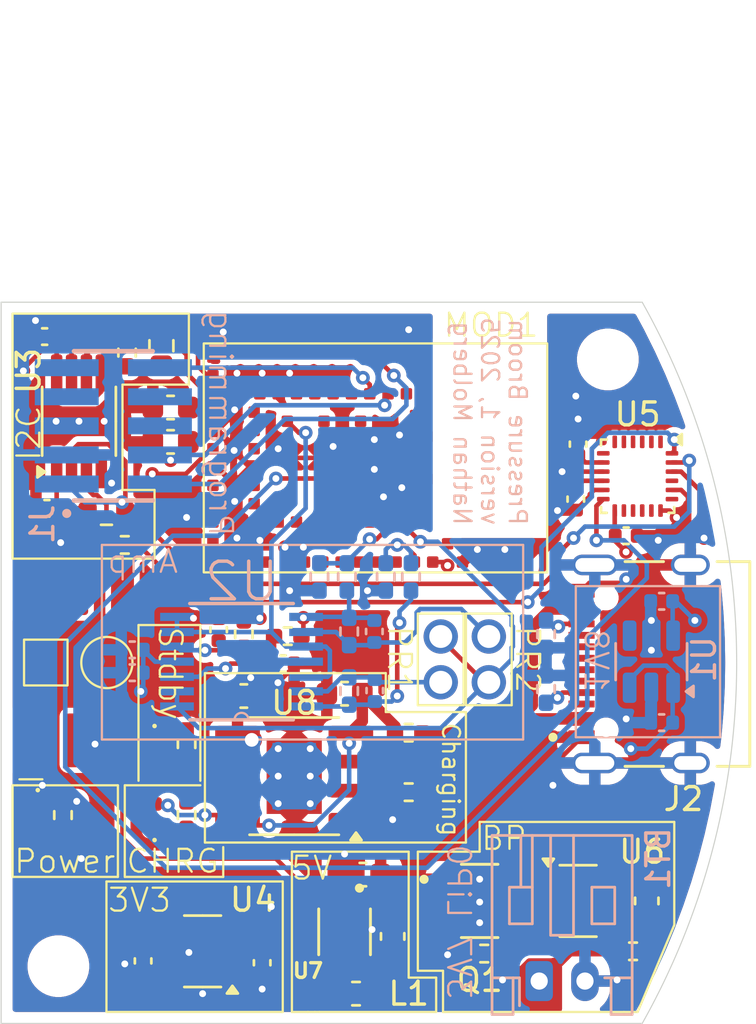
<source format=kicad_pcb>
(kicad_pcb (version 20241229) (generator "pcbnew") (generator_version "9.0")
  (layers (0 "F.Cu" signal) (4 "In1.Cu" power "GND") (6 "In2.Cu" power "Power") (2 "B.Cu" signal) (13 "F.Paste" user) (15 "B.Paste" user) (5 "F.SilkS" user "F.Silkscreen") (7 "B.SilkS" user "B.Silkscreen") (1 "F.Mask" user) (3 "B.Mask" user) (25 "Edge.Cuts" user))
  (net 0 "")
  (net 1 "Net-(D1-A)")
  (net 2 "BATT_+")
  (net 3 "USB_5V")
  (net 4 "Net-(D1-K)")
  (net 5 "Net-(D2-K)")
  (net 6 "Net-(C8-Pad1)")
  (net 7 "V_BIAS")
  (net 8 "V_BIAS_OUT")
  (net 9 "V_REF")
  (net 10 "V_REF_OUT")
  (net 13 "SWDCLK")
  (net 15 "nRESET")
  (net 17 "SWDIO")
  (net 31 "VDD")
  (net 32 "GND")
  (net 54 "POW_5V")
  (net 56 "PRESSURE_1_OUT")
  (net 57 "PRESSURE_2_OUT")
  (net 58 "Net-(U2B-+)")
  (net 59 "Net-(U2A-+)")
  (net 65 "Net-(U5-REGOUT)")
  (net 79 "POW_1V8")
  (net 80 "POW_3V3")
  (net 81 "I2C_SDA_3V3")
  (net 82 "I2C_SCL_3V3")
  (net 83 "INT1")
  (net 85 "Net-(U2D--)")
  (net 86 "Net-(C10-Pad1)")
  (net 87 "Net-(U2C--)")
  (net 88 "Net-(U6-VCC)")
  (net 89 "Net-(D3-A)")
  (net 92 "Net-(J2-CC1)")
  (net 95 "Net-(J2-CC2)")
  (net 98 "Net-(U6-OD)")
  (net 99 "Net-(U6-OC)")
  (net 100 "Net-(U3-SDAA)")
  (net 101 "Net-(U3-SCLA)")
  (net 102 "Net-(U8-~{CHRG})")
  (net 103 "Net-(U8-~{STDBY})")
  (net 104 "Net-(U6-CS)")
  (net 105 "Net-(U8-PROG)")
  (net 106 "Net-(U7-EN)")
  (net 115 "L")
  (footprint "Capacitor_SMD:C_0402_1005Metric" (layer "F.Cu") (at 155.2 96.2 90)
    (property "Reference" "C11" (hide yes))
    (property "Value" "0u1" (hide yes))
  )
  (footprint "Package_SO:SOIC-8-1EP_3.9x4.9mm_P1.27mm_EP2.41x3.3mm_ThermalVias" (layer "F.Cu") (at 142.8 110.7 180)
    (property "Reference" "U8")
    (property "Value" "TP4056" (hide yes))
  )
  (footprint "Resistor_SMD:R_0402_1005Metric_Pad0.72x0.64mm_HandSolder" (layer "F.Cu") (at 138.1 112.4 90)
    (property "Reference" "R15" (hide yes))
    (property "Value" "20k")
  )
  (footprint "Resistor_SMD:R_0402_1005Metric_Pad0.72x0.64mm_HandSolder" (layer "F.Cu") (at 151.1 118.45 180)
    (property "Reference" "R18" (hide yes))
    (property "Value" "1k" (hide yes))
  )
  (footprint "Capacitor_SMD:C_0402_1005Metric" (layer "F.Cu") (at 139.5 104.3 90)
    (property "Reference" "C2" (hide yes))
    (property "Value" "1uF" (hide yes))
  )
  (footprint "Custom Footprints:Tekscan Pressure Sensor" (layer "F.Cu") (at 149.2 105.6 -90)
    (property "Reference" "PR1")
    (property "Value" "Flexiforce A502" (hide yes))
  )
  (footprint "Package_SO:VSSOP-8_3x3mm_P0.65mm" (layer "F.Cu") (at 133.4 95.2 90)
    (property "Reference" "U3")
    (property "Value" "TCA9517D" (hide yes))
  )
  (footprint "Laird nRF5340:Ezurio Module" (layer "F.Cu") (at 138.85 101.8)
    (property "Reference" "MOD1")
    (property "Value" "Laird, 453-00052, Platform Side" (hide yes))
  )
  (footprint "Capacitor_SMD:C_0603_1608Metric" (layer "F.Cu") (at 140.6 107.2 180)
    (property "Reference" "C21" (hide yes))
    (property "Value" "10uF" (hide yes))
  )
  (footprint "Capacitor_SMD:C_0603_1608Metric" (layer "F.Cu") (at 145 107.1)
    (property "Reference" "C20" (hide yes))
    (property "Value" "10uF" (hide yes))
  )
  (footprint "Resistor_SMD:R_0402_1005Metric_Pad0.72x0.64mm_HandSolder" (layer "F.Cu") (at 142.517202 104.585298 180)
    (property "Reference" "R2" (hide yes))
    (property "Value" "10k" (hide yes))
  )
  (footprint "Resistor_SMD:R_0402_1005Metric_Pad0.72x0.64mm_HandSolder" (layer "F.Cu") (at 147.8 111.4)
    (property "Reference" "R19" (hide yes))
    (property "Value" "1k2" (hide yes))
  )
  (footprint "Capacitor_SMD:C_0402_1005Metric" (layer "F.Cu") (at 157.3 100.2)
    (property "Reference" "C13" (hide yes))
    (property "Value" "0u1" (hide yes))
  )
  (footprint "Capacitor_SMD:C_0402_1005Metric" (layer "F.Cu") (at 155.1 98.6 -90)
    (property "Reference" "C15" (hide yes))
    (property "Value" "0u1" (hide yes))
  )
  (footprint "Latching Push Button:YTSPS-22E58LM" (layer "F.Cu") (at 135.8 110.3375 90)
    (property "Reference" "SW1" (hide yes))
    (property "Value" "Power" (hide yes))
  )
  (footprint "Resistor_SMD:R_0402_1005Metric_Pad0.72x0.64mm_HandSolder" (layer "F.Cu") (at 135.5 92.2025 90)
    (property "Reference" "R3" (hide yes))
    (property "Value" "10k" (hide yes))
  )
  (footprint "Package_TO_SOT_SMD:SOT-23-5" (layer "F.Cu") (at 138.8 118.35 180)
    (property "Reference" "U4")
    (property "Value" "AP2127K-3.3" (hide yes))
  )
  (footprint "TPS61240:TPS61240DRVT" (layer "F.Cu") (at 145 117.5 -90)
    (property "Reference" "U7")
    (property "Value" "TPS61240DRVT" (hide yes))
  )
  (footprint "Resistor_SMD:R_0603_1608Metric" (layer "F.Cu") (at 137 91.9 90)
    (property "Reference" "R4" (hide yes))
    (property "Value" "10k")
  )
  (footprint "Capacitor_SMD:C_0603_1608Metric" (layer "F.Cu") (at 145.8 115 180)
    (property "Reference" "C22" (hide yes))
    (property "Value" "4.7uF" (hide yes))
  )
  (footprint "Capacitor_SMD:C_0603_1608Metric" (layer "F.Cu") (at 158.2 116.15 90)
    (property "Reference" "C19" (hide yes))
    (property "Value" "100nF" (hide yes))
  )
  (footprint "Resistor_SMD:R_0402_1005Metric_Pad0.72x0.64mm_HandSolder" (layer "F.Cu") (at 132.7 112.4 90)
    (property "Reference" "R21" (hide yes))
    (property "Value" "20k" (hide yes))
  )
  (footprint "Resistor_SMD:R_0603_1608Metric" (layer "F.Cu") (at 134.6 99.2 180)
    (property "Reference" "R6" (hide yes))
    (property "Value" "10k")
  )
  (footprint "Inductor_SMD:L_0603_1608Metric" (layer "F.Cu") (at 145.5 120.2 180)
    (property "Reference" "L1")
    (property "Value" "1uH" (hide yes))
  )
  (footprint "Resistor_SMD:R_0402_1005Metric_Pad0.72x0.64mm_HandSolder" (layer "F.Cu") (at 138.1 109.3 -90)
    (property "Reference" "R16" (hide yes))
    (property "Value" "20k")
  )
  (footprint "Resistor_SMD:R_0402_1005Metric_Pad0.72x0.64mm_HandSolder" (layer "F.Cu") (at 135.4 100.6 180)
    (property "Reference" "R5" (hide yes))
    (property "Value" "10k" (hide yes))
  )
  (footprint "Sensor_Motion:InvenSense_QFN-24_3x3mm_P0.4mm" (layer "F.Cu") (at 157.8 97.6 -90)
    (property "Reference" "U5")
    (property "Value" "ICM-20948" (hide yes))
  )
  (footprint "Package_TO_SOT_SMD:SOT-23-6" (layer "F.Cu") (at 155.2 116.15)
    (property "Reference" "U6")
    (property "Value" "DW01A" (hide yes))
  )
  (footprint "Capacitor_SMD:C_0603_1608Metric" (layer "F.Cu") (at 137.4 96.1 180)
    (property "Reference" "C17" (hide yes))
    (property "Value" "1uF" (hide yes))
  )
  (footprint "FS8205:SOT95P280X145-6N" (layer "F.Cu") (at 150.9 116.15)
    (property "Reference" "Q1")
    (property "Value" "FS8205" (hide yes))
  )
  (footprint "Capacitor_SMD:C_0402_1005Metric" (layer "F.Cu") (at 141.4 118.85 -90)
    (property "Reference" "C6" (hide yes))
    (property "Value" "0u1" (hide yes))
  )
  (footprint "Capacitor_SMD:C_0402_1005Metric" (layer "F.Cu") (at 132 99)
    (property "Reference" "C7" (hide yes))
    (property "Value" "0u1" (hide yes))
  )
  (footprint "LED_SMD:LED_0402_1005Metric" (layer "F.Cu") (at 131.6 112.4 -90)
    (property "Reference" "D3" (hide yes))
    (property "Value" "GREEN" (hide yes))
  )
  (footprint "Type C 31M12:HRO_TYPE-C-31-M-12" (layer "F.Cu") (at 160.1 105.8 90)
    (property "Reference" "J2")
    (property "Value" "TYPE-C-31-M-12" (hide yes))
  )
  (footprint "LED_SMD:LED_0402_1005Metric" (layer "F.Cu") (at 136.7 112.4 90)
    (property "Reference" "D2" (hide yes))
    (property "Value" "RED" (hide yes))
  )
  (footprint "Capacitor_SMD:C_0402_1005Metric" (layer "F.Cu") (at 131.9 91.5 180)
    (property "Reference" "C5" (hide yes))
    (property "Value" "0u1" (hide yes))
  )
  (footprint "LED_SMD:LED_0402_1005Metric" (layer "F.Cu") (at 136.7 109.6 -90)
    (property "Reference" "D1" (hide yes))
    (property "Value" "GREEN" (hide yes))
  )
  (footprint "Resistor_SMD:R_0402_1005Metric_Pad0.72x0.64mm_HandSolder" (layer "F.Cu") (at 157.6 118.35)
    (property "Reference" "R14" (hide yes))
    (property "Value" "100" (hide yes))
  )
  (footprint "Capacitor_SMD:C_0603_1608Metric" (layer "F.Cu") (at 137.4 94.6 180)
    (property "Reference" "C16" (hide yes))
    (property "Value" "0u1" (hide yes))
  )
  (footprint "Capacitor_SMD:C_0402_1005Metric" (layer "F.Cu") (at 136.2 118.77 -90)
    (property "Reference" "C9" (hide yes))
    (property "Value" "0u1" (hide yes))
  )
  (footprint "MountingHole:MountingHole_2.2mm_M2" (layer "F.Cu") (at 156.5 92.5)
    (property "Reference" "H2" (hide yes))
    (property "Value" "MountingHole" (hide yes))
  )
  (footprint "Resistor_SMD:R_0402_1005Metric_Pad0.72x0.64mm_HandSolder" (layer "F.Cu") (at 140.6 104.5 -90)
    (property "Reference" "R1" (hide yes))
    (property "Value" "10k" (hide yes))
  )
  (footprint "Custom Footprints:Tekscan Pressure Sensor" (layer "F.Cu") (at 151.3 105.6 90)
    (property "Reference" "PR2")
    (property "Value" "Flexiforce A502" (hide yes))
  )
  (footprint "MountingHole:MountingHole_2.2mm_M2" (layer "F.Cu") (at 132.5 119)
    (property "Reference" "H1" (hide yes))
    (property "Value" "MountingHole" (hide yes))
  )
  (footprint "Capacitor_SMD:C_0603_1608Metric" (layer "F.Cu") (at 147.1 117.7 -90)
    (property "Reference" "C18" (hide yes))
    (property "Value" "2.2uF" (hide yes))
  )
  (footprint "Capacitor_SMD:C_0402_1005Metric" (layer "F.Cu") (at 142.317202 105.785298)
    (property "Reference" "C3" (hide yes))
    (property "Value" "1uF" (hide yes))
  )
  (footprint "Resistor_SMD:R_0402_1005Metric_Pad0.72x0.64mm_HandSolder" (layer "F.Cu") (at 147.8 108.8 180)
    (property "Reference" "R17" (hide yes))
    (property "Value" "0Q4" (hide yes))
  )
  (footprint "Connector_JST:JST_PH_S2B-PH-K_1x02_P2.00mm_Horizontal" (layer "B.Cu") (at 153.5 119.65)
    (property "Reference" "BT1")
    (property "Value" "Battery_Cell" (hide yes))
  )
  (footprint "Capacitor_SMD:C_0402_1005Metric" (layer "B.Cu") (at 135.727 105.1812 180)
    (property "Reference" "C14" (hide yes))
    (property "Value" "0u1" (hide yes))
  )
  (footprint "Resistor_SMD:R_0402_1005Metric_Pad0.72x0.64mm_HandSolder" (layer "B.Cu") (at 146.8 102 -90)
    (property "Reference" "R12" (hide yes))
    (property "Value" "24k" (hide yes))
  )
  (footprint "MCP6004:SOP65P640X120-14N" (layer "B.Cu") (at 140.5 105.7)
    (property "Reference" "U2")
    (property "Value" "MCP6004" (hide yes))
  )
  (footprint "Resistor_SMD:R_0402_1005Metric_Pad0.72x0.64mm_HandSolder" (layer "B.Cu") (at 145.2 104.3812 90)
    (property "Reference" "R8" (hide yes))
    (property "Value" "70k" (hide yes))
  )
  (footprint "Resistor_SMD:R_0402_1005Metric_Pad0.72x0.64mm_HandSolder" (layer "B.Cu") (at 145.2 106.9812 -90)
    (property "Reference" "R7" (hide yes))
    (property "Value" "70k" (hide yes))
  )
  (footprint "Resistor_SMD:R_0402_1005Metric_Pad0.72x0.64mm_HandSolder" (layer "B.Cu") (at 153.8 104.4975 -90)
    (property "Reference" "R20" (hide yes))
    (property "Value" "5k1" (hide yes))
  )
  (footprint "Capacitor_SMD:C_0402_1005Metric" (layer "B.Cu") (at 158.85 108.3625)
    (property "Reference" "C1" (hide yes))
    (property "Value" "0u1" (hide yes))
  )
  (footprint "Capacitor_SMD:C_0402_1005Metric" (layer "B.Cu") (at 135.727 106.1812 180)
    (property "Reference" "C12" (hide yes))
    (property "Value" "1uF" (hide yes))
  )
  (footprint "Resistor_SMD:R_0402_1005Metric_Pad0.72x0.64mm_HandSolder" (layer "B.Cu") (at 145.1 102 90)
    (property "Reference" "R9" (hide yes))
    (property "Value" "10k" (hide yes))
  )
  (footprint "FTSH-105-01-F-DV-K-P:SAMTEC_FTSH-105-01-F-DV-P-TR" (layer "B.Cu") (at 134.9 95.4 90)
    (property "Reference" "J1")
    (property "Value" "FTSH-105-01-F-DV-P-TR" (hide yes))
  )
  (footprint "Resistor_SMD:R_0402_1005Metric_Pad0.72x0.64mm_HandSolder" (layer "B.Cu") (at 153.8 106.8975 -90)
    (property "Reference" "R13" (hide yes))
    (property "Value" "5k1" (hide yes))
  )
  (footprint "Package_TO_SOT_SMD:SOT-23-5" (layer "B.Cu") (at 158.4 105.7 90)
    (property "Reference" "U1")
    (property "Value" "AP2127K-1.8" (hide yes))
  )
  (footprint "Capacitor_SMD:C_0402_1005Metric" (layer "B.Cu") (at 146.32 106.9612 90)
    (property "Reference" "C8" (hide yes))
    (property "Value" "47nF" (hide yes))
  )
  (footprint "Resistor_SMD:R_0402_1005Metric_Pad0.72x0.64mm_HandSolder" (layer "B.Cu") (at 147.9 102 90)
    (property "Reference" "R10" (hide yes))
    (property "Value" "10k" (hide yes))
  )
  (footprint "Capacitor_SMD:C_0402_1005Metric" (layer "B.Cu") (at 146.3 104.3812 -90)
    (property "Reference" "C10" (hide yes))
    (property "Value" "47nF" (hide yes))
  )
  (footprint "Resistor_SMD:R_0402_1005Metric_Pad0.72x0.64mm_HandSolder" (layer "B.Cu") (at 143.9 102 -90)
    (property "Reference" "R11" (hide yes))
    (property "Value" "24k" (hide yes))
  )
  (footprint "Capacitor_SMD:C_0402_1005Metric" (layer "B.Cu") (at 158.85 103.0625)
    (property "Reference" "C4" (hide yes))
    (property "Value" "0u1" (hide yes))
  )
  (gr_line (start 136 110.9) (end 136 104.1) (stroke (width 0.1)) (layer "F.SilkS"))
  (gr_line (start 135.4 111.1) (end 135.4 115.1) (stroke (width 0.1)) (layer "F.SilkS"))
  (gr_line (start 138.7 104.1) (end 138.5 104.1) (stroke (width 0.1)) (layer "F.SilkS"))
  (gr_line (start 136 104.1) (end 138.5 104.1) (stroke (width 0.1)) (layer "F.SilkS"))
  (gr_line (start 150.3 107.9) (end 146.8 107.9) (stroke (width 0.1)) (layer "F.SilkS"))
  (gr_line (start 146.8 107.9) (end 146.8 106.2) (stroke (width 0.1)) (layer "F.SilkS"))
  (gr_line (start 148.2 119.2) (end 149.3 119.2) (stroke (width 0.1)) (layer "F.SilkS"))
  (gr_line (start 149 121) (end 143.9 121) (stroke (width 0.1)) (layer "F.SilkS"))
  (gr_line (start 135.1 115) (end 135.1 115.1) (stroke (width 0.1)) (layer "F.SilkS"))
  (gr_line (start 150.9 112.7) (end 150.9 113.9) (stroke (width 0.1)) (layer "F.SilkS"))
  (gr_line (start 142.3 115.3) (end 134.6 115.3) (stroke (width 0.1)) (layer "F.SilkS"))
  (gr_line (start 143.4 114) (end 142.8 114) (stroke (width 0.1)) (layer "F.SilkS"))
  (gr_line (start 150.3 113.6) (end 150.3 107.9) (stroke (width 0.1)) (layer "F.SilkS"))
  (gr_line (start 142.7 121) (end 143.4 121) (stroke (width 0.1)) (layer "F.SilkS"))
  (gr_line (start 138.2 90.5) (end 130.5 90.5) (stroke (width 0.1)) (layer "F.SilkS"))
  (gr_line (start 138.9 106.2) (end 146.8 106.2) (stroke (width 0.1)) (layer "F.SilkS"))
  (gr_line (start 143.9 121) (end 143.7 121) (stroke (width 0.1)) (layer "F.SilkS"))
  (gr_line (start 147.8 119.5) (end 149 119.5) (stroke (width 0.1)) (layer "F.SilkS"))
  (gr_line (start 130.5 90.5) (end 130.5 101) (stroke (width 0.1)) (layer "F.SilkS"))
  (gr_line (start 143.7 121) (end 143.4 121) (stroke (width 0.1)) (layer "F.SilkS"))
  (gr_line (start 130.5 115.1) (end 130.5 111.1) (stroke (width 0.1)) (layer "F.SilkS"))
  (gr_line (start 135.4 93.6) (end 138.2 93.6) (stroke (width 0.1)) (layer "F.SilkS"))
  (gr_line (start 142.7 114) (end 142.8 114) (stroke (width 0.1)) (layer "F.SilkS"))
  (gr_line (start 138.9 106.2) (end 138.9 113.4) (stroke (width 0.1)) (layer "F.SilkS"))
  (gr_line (start 135.1 111.1) (end 135.1 115) (stroke (width 0.1)) (layer "F.SilkS"))
  (gr_line (start 138.2 93.6) (end 138.2 90.5) (stroke (width 0.1)) (layer "F.SilkS"))
  (gr_line (start 157.8 121) (end 159.4 117.2) (stroke (width 0.1)) (layer "F.SilkS"))
  (gr_line (start 148.2 114) (end 148.2 119.2) (stroke (width 0.1)) (layer "F.SilkS"))
  (gr_line (start 136.7 98.2) (end 135.3 98.2) (stroke (width 0.1)) (layer "F.SilkS"))
  (gr_line (start 150.9 113.9) (end 150.9 114) (stroke (width 0.1)) (layer "F.SilkS"))
  (gr_line (start 142.3 121) (end 142.3 115.3) (stroke (width 0.1)) (layer "F.SilkS"))
  (gr_line (start 135.3 93.6) (end 135.4 93.6) (stroke (width 0.1)) (layer "F.SilkS"))
  (gr_line (start 149 119.5) (end 149 121) (stroke (width 0.1)) (layer "F.SilkS"))
  (gr_line (start 136.7 101.2) (end 136.7 98.2) (stroke (width 0.1)) (layer "F.SilkS"))
  (gr_line (start 139.7 115.1) (end 139.7 113.8) (stroke (width 0.1)) (layer "F.SilkS"))
  (gr_line (start 142.3 121) (end 134.6 121) (stroke (width 0.1)) (layer "F.SilkS"))
  (gr_line (start 147.8 114) (end 143.4 114) (stroke (width 0.1)) (layer "F.SilkS"))
  (gr_line (start 157.2 121) (end 157.8 121) (stroke (width 0.1)) (layer "F.SilkS"))
  (gr_line (start 138.7 111.1) (end 135.4 111.1) (stroke (width 0.1)) (layer "F.SilkS"))
  (gr_line (start 148.3 114) (end 148.2 114) (stroke (width 0.1)) (layer "F.SilkS"))
  (gr_line (start 147.8 114) (end 147.8 119.5) (stroke (width 0.1)) (layer "F.SilkS"))
  (gr_line (start 130.7 111.1) (end 135.1 111.1) (stroke (width 0.1)) (layer "F.SilkS"))
  (gr_line (start 150.9 114) (end 148.3 114) (stroke (width 0.1)) (layer "F.SilkS"))
  (gr_line (start 135.3 98.2) (end 135.3 93.6) (stroke (width 0.1)) (layer "F.SilkS"))
  (gr_line (start 159.4 117.2) (end 159.4 112.7) (stroke (width 0.1)) (layer "F.SilkS"))
  (gr_line (start 130.5 101) (end 130.5 101.2) (stroke (width 0.1)) (layer "F.SilkS"))
  (gr_line (start 149.3 121) (end 157.2 121) (stroke (width 0.1)) (layer "F.SilkS"))
  (gr_line (start 134.6 115.3) (end 134.6 121) (stroke (width 0.1)) (layer "F.SilkS"))
  (gr_line (start 130.5 101.2) (end 136.7 101.2) (stroke (width 0.1)) (layer "F.SilkS"))
  (gr_line (start 149.3 119.2) (end 149.3 121) (stroke (width 0.1)) (layer "F.SilkS"))
  (gr_line (start 159.4 112.7) (end 150.9 112.7) (stroke (width 0.1)) (layer "F.SilkS"))
  (gr_line (start 130.5 111.1) (end 130.7 111.1) (stroke (width 0.1)) (layer "F.SilkS"))
  (gr_line (start 135.4 115.1) (end 139.7 115.1) (stroke (width 0.1)) (layer "F.SilkS"))
  (gr_line (start 138.7 104.1) (end 138.7 110.9) (stroke (width 0.1)) (layer "F.SilkS"))
  (gr_line (start 135.1 115.1) (end 130.5 115.1) (stroke (width 0.1)) (layer "F.SilkS"))
  (gr_line (start 138.9 113.4) (end 138.9 113.6) (stroke (width 0.1)) (layer "F.SilkS"))
  (gr_line (start 138.9 113.6) (end 150.3 113.6) (stroke (width 0.1)) (layer "F.SilkS"))
  (gr_line (start 142.7 121) (end 142.7 114) (stroke (width 0.1)) (layer "F.SilkS"))
  (gr_line (start 155.1 102.4) (end 155.1 109) (stroke (width 0.1)) (layer "B.SilkS"))
  (gr_line (start 155.1 109) (end 160.3 109) (stroke (width 0.1)) (layer "B.SilkS"))
  (gr_line (start 152.5 100.6) (end 134.4 100.6) (stroke (width 0.1)) (layer "B.SilkS"))
  (gr_line (start 134.4 100.6) (end 134.4 109.1) (stroke (width 0.1)) (layer "B.SilkS"))
  (gr_line (start 134.4 109.1) (end 152.8 109.1) (stroke (width 0.1)) (layer "B.SilkS"))
  (gr_line (start 160.3 109) (end 160.6 109) (stroke (width 0.1)) (layer "B.SilkS"))
  (gr_line (start 152.5 100.6) (end 152.8 100.6) (stroke (width 0.1)) (layer "B.SilkS"))
  (gr_line (start 160.6 109) (end 161.4 109) (stroke (width 0.1)) (layer "B.SilkS"))
  (gr_line (start 160.6 102.4) (end 161.4 102.4) (stroke (width 0.1)) (layer "B.SilkS"))
  (gr_line (start 152.8 109.1) (end 152.8 100.6) (stroke (width 0.1)) (layer "B.SilkS"))
  (gr_line (start 160.6 102.4) (end 155.1 102.4) (stroke (width 0.1)) (layer "B.SilkS"))
  (gr_line (start 161.4 109) (end 161.4 102.4) (stroke (width 0.1)) (layer "B.SilkS"))
  (gr_line (start 158 90.000002) (end 130 90) (stroke (width 0.05)) (layer "Edge.Cuts"))
  (gr_arc (start 157.999999 90) (mid 162.125729 105.75) (end 157.999999 121.5) (stroke (width 0.05)) (layer "Edge.Cuts"))
  (gr_line (start 130 90) (end 130 121.5) (stroke (width 0.05)) (layer "Edge.Cuts"))
  (gr_line (start 130 121.5) (end 157.999999 121.5) (stroke (width 0.05)) (layer "Edge.Cuts"))
  (gr_text "CHRG" (at 135.4 115 0) (layer "F.SilkS") (effects (font (size 1 1) (thickness 0.1)) (justify left bottom)))
  (gr_text "Stdby" (at 136.8 104.1 270) (layer "F.SilkS") (effects (font (size 1 1) (thickness 0.1)) (justify left bottom)))
  (gr_text "Charging" (at 149.2 108.3 270) (layer "F.SilkS") (effects (font (size 0.75 0.75) (thickness 0.1)) (justify left bottom)))
  (gr_text "Power" (at 130.5 115 0) (layer "F.SilkS") (effects (font (size 1 1) (thickness 0.1)) (justify left bottom)))
  (gr_text "I2C" (at 131.79 97 90) (layer "F.SilkS") (effects (font (size 1 1) (thickness 0.1)) (justify left bottom)))
  (gr_text "BP" (at 150.9 114 0) (layer "F.SilkS") (effects (font (size 1 1) (thickness 0.1)) (justify left bottom)))
  (gr_text "3V3" (at 134.6 116.7 0) (layer "F.SilkS") (effects (font (size 1 1) (thickness 0.1)) (justify left bottom)))
  (gr_text "5V" (at 142.6 115.3 0) (layer "F.SilkS") (effects (font (size 1 1) (thickness 0.1)) (justify left bottom)))
  (gr_text "Amp" (at 137.8 101.9 0) (layer "B.SilkS") (effects (font (size 1 1) (thickness 0.1)) (justify left bottom mirror)))
  (gr_text "Pressure Broom\nversion 1, 2025\nNathan Molberg" (at 149.7 99.8 270) (layer "B.SilkS") (effects (font (size 0.75 0.75) (thickness 0.1)) (justify left bottom mirror)))
  (gr_text "1V8" (at 155.4 107.1 270) (layer "B.SilkS") (effects (font (size 1 1) (thickness 0.1)) (justify left bottom mirror)))
  (gr_text "3V7 LiP0" (at 149.4 120.5 270) (layer "B.SilkS") (effects (font (size 1 1) (thickness 0.1)) (justify left bottom mirror)))
  (gr_text "Programming" (at 139 100.3 270) (layer "B.SilkS") (effects (font (size 1 1) (thickness 0.1)) (justify left bottom mirror)))
  (segment (start 137.28 111.975117) (end 136.760117 111.975117) (width 0.2) (layer "F.Cu") (net 1))
  (segment (start 140.325 112.605) (end 140.570002 112.850002) (width 0.2) (layer "F.Cu") (net 1))
  (segment (start 139.872 112.4) (end 138.9 112.4) (width 0.2) (layer "F.Cu") (net 1))
  (segment (start 140.570002 112.850002) (end 141.7 112.850002) (width 0.2) (layer "F.Cu") (net 1))
  (segment (start 145.2 109.265) (end 145.2 108.87) (width 0.2) (layer "F.Cu") (net 1))
  (segment (start 145.775 107.1) (end 145.775 108.295) (width 0.5) (layer "F.Cu") (net 1))
  (segment (start 147.2025 108.8) (end 147.2025 108.5275) (width 0.5) (layer "F.Cu") (net 1))
  (segment (start 136.7 110.085) (end 136.7 111.915) (width 0.2) (layer "F.Cu") (net 1))
  (segment (start 136.760117 111.975117) (end 136.7 111.915) (width 0.2) (layer "F.Cu") (net 1))
  (segment (start 145.2 108.87) (end 145.275 108.795) (width 0.2) (layer "F.Cu") (net 1))
  (segment (start 147.2025 108.5275) (end 145.775 107.1) (width 0.5) (layer "F.Cu") (net 1))
  (segment (start 139.996 112.276) (end 140.325 112.605) (width 0.2) (layer "F.Cu") (net 1))
  (segment (start 139.996 112.276) (end 139.872 112.4) (width 0.2) (layer "F.Cu") (net 1))
  (segment (start 145.775 108.295) (end 145.275 108.795) (width 0.5) (layer "F.Cu") (net 1))
  (via (at 145.2 109.265) (size 0.6) (drill 0.3) (layers "F.Cu" "B.Cu") (net 1))
  (via (at 138.9 112.4) (size 0.6) (drill 0.3) (layers "F.Cu" "B.Cu") (net 1))
  (via (at 137.28 111.975117) (size 0.6) (drill 0.3) (layers "F.Cu" "B.Cu") (net 1))
  (via (at 141.7 112.850002) (size 0.6) (drill 0.3) (layers "F.Cu" "B.Cu") (net 1))
  (segment (start 141.7 112.850002) (end 143.651998 112.850002) (width 0.2) (layer "B.Cu") (net 1))
  (segment (start 138.9 112.4) (end 137.704883 112.4) (width 0.2) (layer "B.Cu") (net 1))
  (segment (start 145.2 111.302) (end 145.2 109.265) (width 0.2) (layer "B.Cu") (net 1))
  (segment (start 137.704883 112.4) (end 137.28 111.975117) (width 0.2) (layer "B.Cu") (net 1))
  (segment (start 143.651998 112.850002) (end 145.2 111.302) (width 0.2) (layer "B.Cu") (net 1))
  (segment (start 133.9375 109.1375) (end 134.1 109.3) (width 0.2) (layer "F.Cu") (net 2))
  (segment (start 140.325 108.795) (end 140.624998 108.795) (width 0.5) (layer "F.Cu") (net 2))
  (segment (start 153.5 119.65) (end 154.826 118.324) (width 0.5) (layer "F.Cu") (net 2))
  (segment (start 140.325 108.795) (end 140.325 107.7) (width 0.5) (layer "F.Cu") (net 2))
  (segment (start 140.325 107.7) (end 139.825 107.2) (width 0.5) (layer "F.Cu") (net 2))
  (segment (start 140.624998 108.795) (end 140.944998 109.115) (width 0.5) (layer "F.Cu") (net 2))
  (segment (start 133.3 109.1375) (end 133.9375 109.1375) (width 0.2) (layer "F.Cu") (net 2))
  (segment (start 156.9765 118.324) (end 157.0025 118.35) (width 0.5) (layer "F.Cu") (net 2))
  (segment (start 154.826 118.324) (end 156.9765 118.324) (width 0.5) (layer "F.Cu") (net 2))
  (via blind (at 134.1 109.3) (size 0.6) (drill 0.3) (layers "F.Cu" "In2.Cu") (net 2))
  (via blind (at 151.9 119.6) (size 0.6) (drill 0.3) (layers "F.Cu" "In2.Cu") (net 2))
  (via blind (at 140.944998 109.115) (size 0.9) (drill 0.6) (layers "F.Cu" "In2.Cu") (net 2))
  (segment (start 153.2 107.6) (end 152.6 108.2) (width 0.5) (layer "F.Cu") (net 3))
  (segment (start 152 108.8) (end 148.3975 108.8) (width 0.5) (layer "F.Cu") (net 3))
  (segment (start 152.6 108.2) (end 152 108.8) (width 0.5) (layer "F.Cu") (net 3))
  (segment (start 154 103.4) (end 153.2 104.2) (width 0.5) (layer "F.Cu") (net 3))
  (segment (start 155.35 103.4) (end 154 103.4) (width 0.5) (layer "F.Cu") (net 3))
  (segment (start 155.35 108.2) (end 152.6 108.2) (width 0.5) (layer "F.Cu") (net 3))
  (segment (start 153.2 104.2) (end 153.2 107.6) (width 0.5) (layer "F.Cu") (net 3))
  (segment (start 138.1 108.475) (end 137.34 108.475) (width 0.2) (layer "F.Cu") (net 4))
  (segment (start 137.34 108.475) (end 136.7 109.115) (width 0.2) (layer "F.Cu") (net 4))
  (segment (start 137.04 113.225) (end 136.7 112.885) (width 0.2) (layer "F.Cu") (net 5))
  (segment (start 138.1 113.225) (end 137.04 113.225) (width 0.2) (layer "F.Cu") (net 5))
  (segment (start 147.3 104.1) (end 147.4 104) (width 0.2) (layer "F.Cu") (net 6))
  (segment (start 147.3 107.2) (end 147.3 104.1) (width 0.2) (layer "F.Cu") (net 6))
  (via (at 147.4 104) (size 0.6) (drill 0.3) (layers "F.Cu" "B.Cu") (net 6))
  (via (at 147.3 107.2) (size 0.6) (drill 0.3) (layers "F.Cu" "B.Cu") (net 6))
  (segment (start 147.4 104) (end 147.4 103.5) (width 0.2) (layer "B.Cu") (net 6))
  (segment (start 146.1825 107.5787) (end 146.32 107.4412) (width 0.2) (layer "B.Cu") (net 6))
  (segment (start 147.4 103.5) (end 147.9 103) (width 0.2) (layer "B.Cu") (net 6))
  (segment (start 146.32 107.4412) (end 147.0588 107.4412) (width 0.2) (layer "B.Cu") (net 6))
  (segment (start 143.3194 107.6558) (end 145.1229 107.6558) (width 0.2) (layer "B.Cu") (net 6))
  (segment (start 145.1229 107.6558) (end 145.2 107.5787) (width 0.2) (layer "B.Cu") (net 6))
  (segment (start 147.0588 107.4412) (end 147.3 107.2) (width 0.2) (layer "B.Cu") (net 6))
  (segment (start 145.2 107.5787) (end 146.1825 107.5787) (width 0.2) (layer "B.Cu") (net 6))
  (segment (start 147.9 103) (end 147.9 102.5975) (width 0.2) (layer "B.Cu") (net 6))
  (segment (start 141.3 103.8) (end 140.7025 103.8) (width 0.2) (layer "F.Cu") (net 7))
  (segment (start 142.4 100.7) (end 142.4 101.3) (width 0.2) (layer "F.Cu") (net 7))
  (segment (start 140.7025 103.8) (end 140.6 103.9025) (width 0.2) (layer "F.Cu") (net 7))
  (segment (start 142.4 101.3) (end 142.45 101.35) (width 0.2) (layer "F.Cu") (net 7))
  (via blind (at 141.3 103.8) (size 0.6) (drill 0.3) (layers "F.Cu" "In2.Cu") (net 7))
  (via blind (at 142.4 100.7) (size 0.6) (drill 0.3) (layers "F.Cu" "In2.Cu") (net 7))
  (segment (start 143 95.7) (end 142.5 95.2) (width 0.2) (layer "F.Cu") (net 8))
  (segment (start 143.3 95.7) (end 143 95.7) (width 0.2) (layer "F.Cu") (net 8))
  (via (at 143.3 95.7) (size 0.6) (drill 0.3) (layers "F.Cu" "B.Cu") (net 8))
  (segment (start 143.3 99) (end 143.3 95.7) (width 0.2) (layer "B.Cu") (net 8))
  (segment (start 144.256 106.3604) (end 143.3194 106.3604) (width 0.2) (layer "B.Cu") (net 8))
  (segment (start 144.357 105.2212) (end 144.357 106.2594) (width 0.2) (layer "B.Cu") (net 8))
  (segment (start 141.803 104.4046) (end 142.438 105.0396) (width 0.2) (layer "B.Cu") (net 8))
  (segment (start 144.1754 105.0396) (end 144.357 105.2212) (width 0.2) (layer "B.Cu") (net 8))
  (segment (start 141.803 104.4046) (end 141.803 100.497) (width 0.2) (layer "B.Cu") (net 8))
  (segment (start 144.357 106.2594) (end 144.256 106.3604) (width 0.2) (layer "B.Cu") (net 8))
  (segment (start 137.6806 103.7442) (end 137.6806 104.4046) (width 0.2) (layer "B.Cu") (net 8))
  (segment (start 141.803 100.497) (end 143.3 99) (width 0.2) (layer "B.Cu") (net 8))
  (segment (start 143.3194 105.0396) (end 144.1754 105.0396) (width 0.2) (layer "B.Cu") (net 8))
  (segment (start 142.438 105.0396) (end 143.3194 105.0396) (width 0.2) (layer "B.Cu") (net 8))
  (segment (start 137.6806 104.4046) (end 141.803 104.4046) (width 0.2) (layer "B.Cu") (net 8))
  (segment (start 143.200003 101.300003) (end 143.25 101.35) (width 0.2) (layer "F.Cu") (net 9))
  (segment (start 143.2 104.5) (end 143.114702 104.585298) (width 0.2) (layer "F.Cu") (net 9))
  (segment (start 143.200003 100.7) (end 143.200003 101.300003) (width 0.2) (layer "F.Cu") (net 9))
  (segment (start 143.2 103.785298) (end 143.2 104.5) (width 0.2) (layer "F.Cu") (net 9))
  (via blind (at 143.2 103.785298) (size 0.6) (drill 0.3) (layers "F.Cu" "In2.Cu") (net 9))
  (via blind (at 143.200003 100.7) (size 0.6) (drill 0.3) (layers "F.Cu" "In2.Cu") (net 9))
  (segment (start 151.01 106.505) (end 151.3 106.505) (width 0.2) (layer "F.Cu") (net 10))
  (segment (start 147.7 99.851471) (end 147.7 99.6) (width 0.2) (layer "F.Cu") (net 10))
  (segment (start 149.2 104.695) (end 151.01 106.505) (width 0.2) (layer "F.Cu") (net 10))
  (segment (start 148.310514 100.461985) (end 147.7 99.851471) (width 0.2) (layer "F.Cu") (net 10))
  (via (at 148.310514 100.461985) (size 0.6) (drill 0.3) (layers "F.Cu" "B.Cu") (net 10))
  (segment (start 152.3 104.113661) (end 152.3 103.7) (width 0.2) (layer "B.Cu") (net 10))
  (segment (start 149.205 108.6) (end 151.3 106.505) (width 0.2) (layer "B.Cu") (net 10))
  (segment (start 152.351 105.035339) (end 152.351 104.164661) (width 0.2) (layer "B.Cu") (net 10))
  (segment (start 152.3 105.086339) (end 152.351 105.035339) (width 0.2) (layer "B.Cu") (net 10))
  (segment (start 149.061985 100.461985) (end 148.310514 100.461985) (width 0.2) (layer "B.Cu") (net 10))
  (segment (start 137.6806 107.6558) (end 137.6806 106.9954) (width 0.2) (layer "B.Cu") (net 10))
  (segment (start 138.6248 108.6) (end 149.205 108.6) (width 0.2) (layer "B.Cu") (net 10))
  (segment (start 152.3 103.7) (end 149.061985 100.461985) (width 0.2) (layer "B.Cu") (net 10))
  (segment (start 151.3 106.6) (end 152.3 105.6) (width 0.2) (layer "B.Cu") (net 10))
  (segment (start 152.3 105.6) (end 152.3 105.086339) (width 0.2) (layer "B.Cu") (net 10))
  (segment (start 152.351 104.164661) (end 152.3 104.113661) (width 0.2) (layer "B.Cu") (net 10))
  (segment (start 137.6806 107.6558) (end 138.6248 108.6) (width 0.2) (layer "B.Cu") (net 10))
  (segment (start 146.749389 94.150611) (end 146.9 94) (width 0.2) (layer "F.Cu") (net 13))
  (segment (start 146.749389 94.500001) (end 146.749389 94.150611) (width 0.2) (layer "F.Cu") (net 13))
  (via (at 146.749389 94.500001) (size 0.6) (drill 0.3) (layers "F.Cu" "B.Cu") (net 13))
  (segment (start 136.935 96.67) (end 138.93 96.67) (width 0.2) (layer "B.Cu") (net 13))
  (segment (start 141.1 94.5) (end 146.749388 94.5) (width 0.2) (layer "B.Cu") (net 13))
  (segment (start 138.93 96.67) (end 141.1 94.5) (width 0.2) (layer "B.Cu") (net 13))
  (segment (start 146.749388 94.5) (end 146.749389 94.500001) (width 0.2) (layer "B.Cu") (net 13))
  (segment (start 145.8 93.3) (end 146.1 93.6) (width 0.2) (layer "F.Cu") (net 15))
  (segment (start 146.1 93.6) (end 146.1 94) (width 0.2) (layer "F.Cu") (net 15))
  (via (at 145.8 93.3) (size 0.6) (drill 0.3) (layers "F.Cu" "B.Cu") (net 15))
  (segment (start 136.935 92.86) (end 145.36 92.86) (width 0.2) (layer "B.Cu") (net 15))
  (segment (start 145.36 92.86) (end 145.8 93.3) (width 0.2) (layer "B.Cu") (net 15))
  (segment (start 146.45 92.499999) (end 146.45 92.25) (width 0.2) (layer "F.Cu") (net 17))
  (segment (start 147.150001 93.2) (end 146.45 92.499999) (width 0.2) (layer "F.Cu") (net 17))
  (via (at 147.150001 93.2) (size 0.6) (drill 0.3) (layers "F.Cu" "B.Cu") (net 17))
  (segment (start 147.150001 93.2) (end 147.7 93.749999) (width 0.2) (layer "B.Cu") (net 17))
  (segment (start 139.56 97.94) (end 136.935 97.94) (width 0.2) (layer "B.Cu") (net 17))
  (segment (start 147.7 93.749999) (end 147.7 94.5) (width 0.2) (layer "B.Cu") (net 17))
  (segment (start 147.7 94.5) (end 147.1 95.1) (width 0.2) (layer "B.Cu") (net 17))
  (segment (start 142.4 95.1) (end 139.56 97.94) (width 0.2) (layer "B.Cu") (net 17))
  (segment (start 147.1 95.1) (end 142.4 95.1) (width 0.2) (layer "B.Cu") (net 17))
  (segment (start 136.6 97.5) (end 138.066176 97.5) (width 0.2) (layer "F.Cu") (net 31))
  (segment (start 139.166176 96.4) (end 139.25 96.4) (width 0.2) (layer "F.Cu") (net 31))
  (segment (start 138.066176 97.5) (end 139.166176 96.4) (width 0.2) (layer "F.Cu") (net 31))
  (via blind (at 136.6 97.5) (size 0.6) (drill 0.3) (layers "F.Cu" "In2.Cu") (net 31))
  (segment (start 135.277951 98.73583) (end 133.66083 98.73583) (width 0.2) (layer "B.Cu") (net 31))
  (segment (start 133.66083 98.73583) (end 132.865 97.94) (width 0.2) (layer "B.Cu") (net 31))
  (via blind (at 135.277951 98.73583) (size 0.6) (drill 0.3) (layers "In2.Cu" "B.Cu") (net 31))
  (segment (start 159.5 99.4) (end 160 98.9) (width 0.2) (layer "F.Cu") (net 32))
  (segment (start 144.1 96.7) (end 144.5 96.3) (width 0.2) (layer "F.Cu") (net 32))
  (segment (start 156.85 119.65) (end 156.9 119.6) (width 0.2) (layer "F.Cu") (net 32))
  (segment (start 155.9 98.2) (end 155.711 98.389) (width 0.2) (layer "F.Cu") (net 32))
  (segment (start 147.095 112.605) (end 147.1 112.6) (width 0.2) (layer "F.Cu") (net 32))
  (segment (start 139.25 92.4) (end 139.25 91.75) (width 0.2) (layer "F.Cu") (net 32))
  (segment (start 155.711 98.469) (end 155.1 99.08) (width 0.2) (layer "F.Cu") (net 32))
  (segment (start 150.25 101.35) (end 150.8 100.8) (width 0.2) (layer "F.Cu") (net 32))
  (segment (start 146.65 116.475) (end 147.1 116.925) (width 0.2) (layer "F.Cu") (net 32))
  (segment (start 149.35 101.35) (end 149.5 101.5) (width 0.2) (layer "F.Cu") (net 32))
  (segment (start 155.35 109) (end 154.1 110.25) (width 0.2) (layer "F.Cu") (net 32))
  (segment (start 142.08919 106.617889) (end 142.797202 105.909877) (width 0.2) (layer "F.Cu") (net 32))
  (segment (start 144.1 96.8) (end 145.7 96.8) (width 0.2) (layer "F.Cu") (net 32))
  (segment (start 138.1 100.5) (end 138.1 99.4) (width 0.2) (layer "F.Cu") (net 32))
  (segment (start 134.375 97.45) (end 134.375 97.3125) (width 0.2) (layer "F.Cu") (net 32))
  (segment (start 139.25 101.55) (end 139.25 101.2) (width 0.2) (layer "F.Cu") (net 32))
  (segment (start 138.8 101.2) (end 139.25 101.2) (width 0.2) (layer "F.Cu") (net 32))
  (segment (start 154.1 110.25) (end 154.1 111.1) (width 0.2) (layer "F.Cu") (net 32))
  (segment (start 151.45 101.35) (end 152 100.8) (width 0.2) (layer "F.Cu") (net 32))
  (segment (start 155.5 119.65) (end 156.85 119.65) (width 0.2) (layer "F.Cu") (net 32))
  (segment (start 146.1 117.5) (end 146.2 117.4) (width 0.2) (layer "F.Cu") (net 32))
  (segment (start 139.601 101.901) (end 139.25 101.55) (width 0.2) (layer "F.Cu") (net 32))
  (segment (start 139.25 95.6) (end 139.499999 95.6) (width 0.2) (layer "F.Cu") (net 32))
  (segment (start 138.937202 103.82) (end 139.5 103.82) (width 0.2) (layer "F.Cu") (net 32))
  (segment (start 138.4 103.8) (end 138.917202 103.8) (width 0.2) (layer "F.Cu") (net 32))
  (segment (start 158.8 99.1) (end 159.2 99.1) (width 0.2) (layer "F.Cu") (net 32))
  (segment (start 148.1 95.1) (end 147.4 95.8) (width 0.2) (layer "F.Cu") (net 32))
  (segment (start 131.6 111.915) (end 131.6 111.3) (width 0.2) (layer "F.Cu") (net 32))
  (segment (start 139.499999 95.6) (end 140.175735 96.275736) (width 0.2) (layer "F.Cu") (net 32))
  (segment (start 139.25 91.75) (end 139.7 91.3) (width 0.2) (layer "F.Cu") (net 32))
  (segment (start 148.85 101.35) (end 149.35 101.35) (width 0.2) (layer "F.Cu") (net 32))
  (segment (start 157.141 102.259) (end 157.3 102.1) (width 0.2) (layer "F.Cu") (net 32))
  (segment (start 142.5 96.8) (end 144.1 96.8) (width 0.2) (layer "F.Cu") (net 32))
  (segment (start 141.375 106.875) (end 140.9 106.4) (width 0.2) (layer "F.Cu") (net 32))
  (segment (start 148.1 98.65) (end 148.05 98.65) (width 0.2) (layer "F.Cu") (net 32))
  (segment (start 160 98.9) (end 160 98.5) (width 0.2) (layer "F.Cu") (net 32))
  (segment (start 140.85 101.35) (end 140.85 101.433824) (width 0.2) (layer "F.Cu") (net 32))
  (segment (start 150.15 101.35) (end 150.25 101.35) (width 0.2) (layer "F.Cu") (net 32))
  (segment (start 154.32 99.08) (end 154.3 99.1) (width 0.2) (layer "F.Cu") (net 32))
  (segment (start 145.8 96.8) (end 146.3 97.3) (width 0.2) (layer "F.Cu") (net 32))
  (segment (start 141.05 97.2) (end 140.9 97.2) (width 0.2) (layer "F.Cu") (net 32))
  (segment (start 159.2 99.1) (end 159.5 99.4) (width 0.2) (layer "F.Cu") (net 32))
  (segment (start 142.797202 105.909877) (end 142.797202 105.785298) (width 0.2) (layer "F.Cu") (net 32))
  (segment (start 145.275 112.605) (end 147.095 112.605) (width 0.2) (layer "F.Cu") (net 32))
  (segment (start 141.375 107.2) (end 141.375 106.875) (width 0.2) (layer "F.Cu") (net 32))
  (segment (start 138.1 100.5) (end 138.8 101.2) (width 0.2) (layer "F.Cu") (net 32))
  (segment (start 149.55 118.45) (end 149.5 118.5) (width 0.2) (layer "F.Cu") (net 32))
  (segment (start 134.825 97.9) (end 134.375 97.45) (width 0.2) (layer "F.Cu") (net 32))
  (segment (start 144.1 96.8) (end 144.1 96.7) (width 0.2) (layer "F.Cu") (net 32))
  (segment (start 145.65 116.475) (end 146.65 116.475) (width 0.2) (layer "F.Cu") (net 32))
  (segment (start 131.6 111.3) (end 131.8 111.1) (width 0.2) (layer "F.Cu") (net 32))
  (segment (start 150.5025 118.45) (end 149.55 118.45) (width 0.2) (layer "F.Cu") (net 32))
  (segment (start 156.3 97.4) (end 154.5 97.4) (width 0.2) (layer "F.Cu") (net 32))
  (segment (start 155.1 99.08) (end 154.32 99.08) (width 0.2) (layer "F.Cu") (net 32))
  (segment (start 155.2 95.72) (end 155.2 95.1) (width 0.2) (layer "F.Cu") (net 32))
  (segment (start 148.1 94.95) (end 148.1 95.1) (width 0.2) (layer "F.Cu") (net 32))
  (segment (start 160 98.5) (end 159.7 98.2) (width 0.2) (layer "F.Cu") (net 32))
  (segment (start 148.05 92.25) (end 148.05 91.45) (width 0.2) (layer "F.Cu") (net 32))
  (segment (start 155.35 102.6) (end 155.691 102.259) (width 0.2) (layer "F.Cu") (net 32))
  (segment (start 148.05 98.65) (end 147.5 98.1) (width 0.2) (layer "F.Cu") (net 32))
  (segment (start 139.25 97.2) (end 139.45147 97.2) (width 0.2) (layer "F.Cu") (net 32))
  (segment (start 131.5 90.8) (end 131.42 90.88) (width 0.2) (layer "F.Cu") (net 32))
  (segment (start 140.382824 101.901) (end 139.601 101.901) (width 0.2) (layer "F.Cu") (net 32))
  (segment (start 140.175735 96.275736) (end 140.175735 96.475735) (width 0.2) (layer "F.Cu") (net 32))
  (segment (start 158.5 100.2) (end 158.7 100.4) (width 0.2) (layer "F.Cu") (net 32))
  (segment (start 131.42 90.88) (end 131.42 91.5) (width 0.2) (layer "F.Cu") (net 32))
  (segment (start 138.917202 103.8) (end 138.937202 103.82) (width 0.2) (layer "F.Cu") (net 32))
  (segment (start 159.7 98.2) (end 159.3 98.2) (width 0.2) (layer "F.Cu") (net 32))
  (segment (start 145 117.5) (end 146.1 117.5) (width 0.2) (layer "F.Cu") (net 32))
  (segment (start 156.3 98.2) (end 155.9 98.2) (width 0.2) (layer "F.Cu") (net 32))
  (segment (start 148.05 91.45) (end 147.8 91.2) (width 0.2) (layer "F.Cu") (net 32))
  (segment (start 140.85 101.433824) (end 140.382824 101.901) (width 0.2) (layer "F.Cu") (net 32))
  (segment (start 142.5 96.8) (end 142.1 96.4) (width 0.2) (layer "F.Cu") (net 32))
  (segment (start 155.711 98.389) (end 155.711 98.469) (width 0.2) (layer "F.Cu") (net 32))
  (segment (start 145.7 96.8) (end 145.8 96.8) (width 0.2) (layer "F.Cu") (net 32))
  (segment (start 155.691 102.259) (end 157.141 102.259) (width 0.2) (layer "F.Cu") (net 32))
  (segment (start 139.45147 97.2) (end 140.175735 96.475735) (width 0.2) (layer "F.Cu") (net 32))
  (segment (start 157.78 100.2) (end 158.5 100.2) (width 0.2) (layer "F.Cu") (net 32))
  (segment (start 140.9 97.2) (end 140.175735 96.475735) (width 0.2) (layer "F.Cu") (net 32))
  (via blind (at 134.5 95.2) (size 0.6) (drill 0.3) (layers "F.Cu" "In1.Cu") (net 32))
  (via (at 150.9 115.2) (size 0.6) (drill 0.3) (layers "F.Cu" "B.Cu") (net 32))
  (via blind (at 133.4 95.2) (size 0.6) (drill 0.3) (layers "F.Cu" "In1.Cu") (net 32))
  (via (at 147.8 91.2) (size 0.6) (drill 0.3) (layers "F.Cu" "B.Cu") (net 32))
  (via blind (at 142.6 93.1) (size 0.6) (drill 0.3) (layers "F.Cu" "In1.Cu") (net 32))
  (via (at 154.1 111.1) (size 0.6) (drill 0.3) (layers "F.Cu" "B.Cu") (net 32))
  (via (at 152 100.8) (size 0.6) (drill 0.3) (layers "F.Cu" "B.Cu") (net 32))
  (via (at 131.5 90.8) (size 0.6) (drill 0.3) (layers "F.Cu" "B.Cu") (net 32))
  (via (at 150.8 100.8) (size 0.6) (drill 0.3) (layers "F.Cu" "B.Cu") (net 32))
  (via (at 158.7 100.4) (size 0.6) (drill 0.3) (layers "F.Cu" "B.Cu") (net 32))
  (via (at 138.2 118.4) (size 0.6) (drill 0.3) (layers "F.Cu" "B.Cu") (net 32))
  (via (at 138.8 120.2) (size 0.6) (drill 0.3) (layers "F.Cu" "B.Cu") (net 32))
  (via blind (at 132.4 95.2) (size 0.6) (drill 0.3) (layers "F.Cu" "In1.Cu") (net 32))
  (via (at 147.5 98.1) (size 0.6) (drill 0.3) (layers "F.Cu" "B.Cu") (net 32))
  (via blind (at 140.2 94.7) (size 0.6) (drill 0.3) (layers "F.Cu" "In1.Cu") (net 32))
  (via (at 147.1 112.6) (size 0.6) (drill 0.3) (layers "F.Cu" "B.Cu") (net 32))
  (via blind (at 131.8 111.1) (size 0.6) (drill 0.3) (layers "F.Cu" "In1.Cu") (net 32))
  (via (at 146.3 97.3) (size 0.6) (drill 0.3) (layers "F.Cu" "B.Cu") (net 32))
  (via (at 140.175735 96.475735) (size 0.6) (drill 0.3) (layers "F.Cu" "B.Cu") (net 32))
  (via blind (at 159.5 99.4) (size 0.6) (drill 0.3) (layers "F.Cu" "In1.Cu") (net 32))
  (via (at 157.3 108.2) (size 0.6) (drill 0.3) (layers "F.Cu" "B.Cu") (net 32))
  (via (at 138.1 99.4) (size 0.6) (drill 0.3) (layers "F.Cu" "B.Cu") (net 32))
  (via blind (at 140.3 100.3) (size 0.6) (drill 0.3) (layers "F.Cu" "In1.Cu") (net 32))
  (via (at 154.3 99.1) (size 0.6) (drill 0.3) (layers "F.Cu" "B.Cu") (net 32))
  (via (at 147.4 95.8) (size 0.6) (drill 0.3) (layers "F.Cu" "B.Cu") (net 32))
  (via (at 144.5 96.3) (size 0.6) (drill 0.3) (layers "F.Cu" "B.Cu") (net 32))
  (via (at 149.5 118.5) (size 0.6) (drill 0.3) (layers "F.Cu" "B.Cu") (net 32))
  (via blind (at 146.7 98.5) (size 0.6) (drill 0.3) (layers "F.Cu" "In1.Cu") (net 32))
  (via (at 142.1 96.4) (size 0.6) (drill 0.3) (layers "F.Cu" "B.Cu") (net 32))
  (via blind (at 146.3 96) (size 0.6) (drill 0.3) (layers "F.Cu" "In1.Cu") (net 32))
  (via (at 157.3 102.1) (size 0.6) (drill 0.3) (layers "F.Cu" "B.Cu") (net 32))
  (via (at 134.825 97.9) (size 0.6) (drill 0.3) (layers "F.Cu" "B.Cu") (net 32))
  (via (at 150.9 116.2) (size 0.6) (drill 0.3) (layers "F.Cu" "B.Cu") (net 32))
  (via (at 150.9 117.1) (size 0.6) (drill 0.3) (layers "F.Cu" "B.Cu") (net 32))
  (via (at 154.5 97.4) (size 0.6) (drill 0.3) (layers "F.Cu" "B.Cu") (net 32))
  (via blind (at 138.4 103.8) (size 0.6) (drill 0.3) (layers "F.Cu" "In1.Cu") (net 32))
  (via (at 155.2 95.1) (size 0.6) (drill 0.3) (layers "F.Cu" "B.Cu") (net 32))
  (via blind (at 149.5 101.5) (size 0.6) (drill 0.3) (layers "F.Cu" "In1.Cu") (net 32))
  (via blind (at 140.3 93.1) (size 0.6) (drill 0.3) (layers "F.Cu" "In1.Cu") (net 32))
  (via (at 140.9 106.4) (size 0.6) (drill 0.3) (layers "F.Cu" "B.Cu") (net 32))
  (via (at 142.08919 106.617889) (size 0.6) (drill 0.3) (layers "F.Cu" "B.Cu") (net 32))
  (via (at 139.7 91.3) (size 0.6) (drill 0.3) (layers "F.Cu" "B.Cu") (net 32))
  (via (at 146.2 117.4) (size 0.6) (drill 0.3) (layers "F.Cu" "B.Cu") (net 32))
  (via blind (at 141.4 93.1) (size 0.6) (drill 0.3) (layers "F.Cu" "In1.Cu") (net 32))
  (via blind (at 140.2 98.7) (size 0.6) (drill 0.3) (layers "F.Cu" "In1.Cu") (net 32))
  (via blind (at 141.3 100.4) (size 0.6) (drill 0.3) (layers "F.Cu" "In1.Cu") (net 32))
  (via (at 156.9 119.6) (size 0.6) (drill 0.3) (layers "F.Cu" "B.Cu") (net 32))
  (segment (start 158.37 103.87) (end 158.4 103.9) (width 0.2) (layer "B.Cu") (net 32))
  (segment (start 146.0025 102.5975) (end 146 102.6) (width 0.2) (layer "B.Cu") (net 32))
  (segment (start 143.9 102.5975) (end 142.6025 102.5975) (width 0.2) (layer "B.Cu") (net 32))
  (segment (start 142.3828 105.7) (end 142.08919 105.99361) (width 0.2) (layer "B.Cu") (net 32))
  (segment (start 142.6025 102.5975) (end 142.6 102.6) (width 0.2) (layer "B.Cu") (net 32))
  (segment (start 157.4625 108.3625) (end 157.3 108.2) (width 0.2) (layer "B.Cu") (net 32))
  (segment (start 146.8 102.5975) (end 146.0025 102.5975) (width 0.2) (layer "B.Cu") (net 32))
  (segment (start 158.37 103.0625) (end 158.37 103.87) (width 0.2) (layer "B.Cu") (net 32))
  (segment (start 142.08919 105.99361) (end 142.08919 106.617889) (width 0.2) (layer "B.Cu") (net 32))
  (segment (start 158.4 108.3325) (end 158.37 108.3625) (width 0.2) (layer "B.Cu") (net 32))
  (segment (start 158.4 106.8375) (end 158.4 108.3325) (width 0.2) (layer "B.Cu") (net 32))
  (segment (start 143.3194 105.7) (end 142.3828 105.7) (width 0.2) (layer "B.Cu") (net 32))
  (segment (start 158.37 108.3625) (end 157.4625 108.3625) (width 0.2) (layer "B.Cu") (net 32))
  (via blind (at 146 102.6) (size 0.6) (drill 0.3) (layers "In1.Cu" "B.Cu") (net 32))
  (via blind (at 158.4 105.2) (size 0.6) (drill 0.3) (layers "In1.Cu" "B.Cu") (net 32))
  (via blind (at 142.6 102.6) (size 0.6) (drill 0.3) (layers "In1.Cu" "B.Cu") (net 32))
  (via blind (at 158.4 103.9) (size 0.6) (drill 0.3) (layers "In1.Cu" "B.Cu") (net 32))
  (segment (start 138.2 96.6) (end 138.2 96.125) (width 0.2) (layer "F.Cu") (net 54))
  (segment (start 139.9375 119.3) (end 139.583032 119.3) (width 0.2) (layer "F.Cu") (net 54))
  (segment (start 137.9 96.9) (end 138.2 96.6) (width 0.2) (layer "F.Cu") (net 54))
  (segment (start 137.4 96.9) (end 137.9 96.9) (width 0.2) (layer "F.Cu") (net 54))
  (segment (start 138.974 118.690968) (end 138.974 117.701001) (width 0.2) (layer "F.Cu") (net 54))
  (segment (start 139.275001 117.4) (end 139.9375 117.4) (width 0.2) (layer "F.Cu") (net 54))
  (segment (start 132.7 111.8025) (end 133.2975 111.8025) (width 0.2) (layer "F.Cu") (net 54))
  (segment (start 141.4 119.33) (end 139.9675 119.33) (width 0.2) (layer "F.Cu") (net 54))
  (segment (start 133.2975 111.8025) (end 133.3 111.8) (width 0.2) (layer "F.Cu") (net 54))
  (segment (start 141.4 119.33) (end 141.4 120) (width 0.2) (layer "F.Cu") (net 54))
  (segment (start 145 116.475) (end 145 115.025) (width 0.2) (layer "F.Cu") (net 54))
  (segment (start 144.35 116.475) (end 145 116.475) (width 0.2) (layer "F.Cu") (net 54))
  (segment (start 138.974 117.701001) (end 139.275001 117.4) (width 0.2) (layer "F.Cu") (net 54))
  (segment (start 145 115.025) (end 145.025 115) (width 0.2) (layer "F.Cu") (net 54))
  (segment (start 145.025 114.125) (end 145 114.1) (width 0.2) (layer "F.Cu") (net 54))
  (segment (start 139.9675 119.33) (end 139.9375 119.3) (width 0.2) (layer "F.Cu") (net 54))
  (segment (start 138.175 96.1) (end 138.175 94.6) (width 0.2) (layer "F.Cu") (net 54))
  (segment (start 139.05 94.6) (end 139.25 94.8) (width 0.2) (layer "F.Cu") (net 54))
  (segment (start 138.175 94.6) (end 139.05 94.6) (width 0.2) (layer "F.Cu") (net 54))
  (segment (start 138.2 96.125) (end 138.175 96.1) (width 0.2) (layer "F.Cu") (net 54))
  (segment (start 139.583032 119.3) (end 138.974 118.690968) (width 0.2) (layer "F.Cu") (net 54))
  (segment (start 145.025 115) (end 145.025 114.125) (width 0.2) (layer "F.Cu") (net 54))
  (via blind (at 137.4 96.9) (size 0.6) (drill 0.3) (layers "F.Cu" "In2.Cu") (net 54))
  (via blind (at 145 114.1) (size 0.6) (drill 0.3) (layers "F.Cu" "In2.Cu") (net 54))
  (via blind (at 133.3 111.8) (size 0.6) (drill 0.3) (layers "F.Cu" "In2.Cu") (net 54))
  (via blind (at 141.4 120) (size 0.6) (drill 0.3) (layers "F.Cu" "In2.Cu") (net 54))
  (segment (start 136.207 106.1812) (end 136.207 105.1812) (width 0.2) (layer "B.Cu") (net 54))
  (segment (start 136.207 106.1812) (end 136.207 106.893) (width 0.2) (layer "B.Cu") (net 54))
  (segment (start 159.33 108.3625) (end 159.33 106.8575) (width 0.2) (layer "B.Cu") (net 54))
  (segment (start 136.207 106.893) (end 136.1 107) (width 0.2) (layer "B.Cu") (net 54))
  (segment (start 157.45 106.483032) (end 157.45 106.8375) (width 0.2) (layer "B.Cu") (net 54))
  (segment (start 159.35 106.175001) (end 159.048999 105.874) (width 0.2) (layer "B.Cu") (net 54))
  (segment (start 159.048999 105.874) (end 158.059032 105.874) (width 0.2) (layer "B.Cu") (net 54))
  (segment (start 159.33 106.8575) (end 159.35 106.8375) (width 0.2) (layer "B.Cu") (net 54))
  (segment (start 157.5 109.5) (end 158.1925 109.5) (width 0.2) (layer "B.Cu") (net 54))
  (segment (start 136.7258 105.7) (end 137.6806 105.7) (width 0.2) (layer "B.Cu") (net 54))
  (segment (start 158.059032 105.874) (end 157.45 106.483032) (width 0.2) (layer "B.Cu") (net 54))
  (segment (start 158.1925 109.5) (end 159.33 108.3625) (width 0.2) (layer "B.Cu") (net 54))
  (segment (start 159.35 106.8375) (end 159.35 106.175001) (width 0.2) (layer "B.Cu") (net 54))
  (segment (start 136.207 105.1812) (end 136.7258 105.7) (width 0.2) (layer "B.Cu") (net 54))
  (via blind (at 157.5 109.5) (size 0.6) (drill 0.3) (layers "In2.Cu" "B.Cu") (net 54))
  (via blind (at 136.1 107) (size 0.6) (drill 0.3) (layers "In2.Cu" "B.Cu") (net 54))
  (segment (start 147.6 100.6) (end 148.05 101.05) (width 0.2) (layer "F.Cu") (net 56))
  (segment (start 147.3 100.6) (end 147.6 100.6) (width 0.2) (layer "F.Cu") (net 56))
  (segment (start 148.05 101.05) (end 148.05 101.35) (width 0.2) (layer "F.Cu") (net 56))
  (via (at 147.3 100.6) (size 0.6) (drill 0.3) (layers "F.Cu" "B.Cu") (net 56))
  (segment (start 147.3 100.6) (end 147 100.6) (width 0.2) (layer "B.Cu") (net 56))
  (segment (start 147 100.6) (end 146.8 100.8) (width 0.2) (layer "B.Cu") (net 56))
  (segment (start 147.6 100.6) (end 147.9 100.9) (width 0.2) (layer "B.Cu") (net 56))
  (segment (start 146.8 100.8) (end 146.8 101.4025) (width 0.2) (layer "B.Cu") (net 56))
  (segment (start 147.3 100.6) (end 147.6 100.6) (width 0.2) (layer "B.Cu") (net 56))
  (segment (start 147.9 100.9) (end 147.9 101.4025) (width 0.2) (layer "B.Cu") (net 56))
  (segment (start 146.399999 100.35) (end 146.9 99.849999) (width 0.2) (layer "F.Cu") (net 57))
  (segment (start 146.9 99.849999) (end 146.9 99.6) (width 0.2) (layer "F.Cu") (net 57))
  (segment (start 146.094509 100.35) (end 146.399999 100.35) (width 0.2) (layer "F.Cu") (net 57))
  (via (at 146.094509 100.35) (size 0.6) (drill 0.3) (layers "F.Cu" "B.Cu") (net 57))
  (segment (start 145.1 101.344509) (end 146.094509 100.35) (width 0.2) (layer "B.Cu") (net 57))
  (segment (start 145.1 101.4025) (end 143.9 101.4025) (width 0.2) (layer "B.Cu") (net 57))
  (segment (start 145.1 101.4025) (end 145.1 101.344509) (width 0.2) (layer "B.Cu") (net 57))
  (segment (start 139.8175 105.0975) (end 139.715 105.2) (width 0.2) (layer "F.Cu") (net 58))
  (segment (start 139.8175 105.0975) (end 139.5 104.78) (width 0.2) (layer "F.Cu") (net 58))
  (segment (start 140.6 105.0975) (end 139.8175 105.0975) (width 0.2) (layer "F.Cu") (net 58))
  (segment (start 139.715 105.2) (end 138.9 105.2) (width 0.2) (layer "F.Cu") (net 58))
  (via (at 138.9 105.2) (size 0.6) (drill 0.3) (layers "F.Cu" "B.Cu") (net 58))
  (segment (start 137.841 105.2) (end 137.6806 105.0396) (width 0.2) (layer "B.Cu") (net 58))
  (segment (start 138.9 105.2) (end 137.841 105.2) (width 0.2) (layer "B.Cu") (net 58))
  (segment (start 141.919702 105.702798) (end 141.837202 105.785298) (width 0.2) (layer "F.Cu") (net 59))
  (segment (start 141.919702 104.585298) (end 141.919702 105.702798) (width 0.2) (layer "F.Cu") (net 59))
  (segment (start 139.8 106) (end 140.014702 105.785298) (width 0.2) (layer "F.Cu") (net 59))
  (segment (start 140.014702 105.785298) (end 141.837202 105.785298) (width 0.2) (layer "F.Cu") (net 59))
  (via (at 139.8 106) (size 0.6) (drill 0.3) (layers "F.Cu" "B.Cu") (net 59))
  (segment (start 139.005099 106) (end 138.644699 106.3604) (width 0.2) (layer "B.Cu") (net 59))
  (segment (start 139.8 106) (end 139.005099 106) (width 0.2) (layer "B.Cu") (net 59))
  (segment (start 138.644699 106.3604) (end 137.6806 106.3604) (width 0.2) (layer "B.Cu") (net 59))
  (segment (start 156.3 97.8) (end 155.42 97.8) (width 0.2) (layer "F.Cu") (net 65))
  (segment (start 155.42 97.8) (end 155.1 98.12) (width 0.2) (layer "F.Cu") (net 65))
  (segment (start 133.5 114.3) (end 135.2 116) (width 0.2) (layer "F.Cu") (net 79))
  (segment (start 132.6 100.5) (end 132.6 99.8) (width 0.2) (layer "F.Cu") (net 79))
  (segment (start 156.799 100.059) (end 156.799 99.1) (width 0.2) (layer "F.Cu") (net 79))
  (segment (start 133.575 99) (end 133.775 99.2) (width 0.2) (layer "F.Cu") (net 79))
  (segment (start 156.82 100.434557) (end 157.293928 100.908485) (width 0.2) (layer "F.Cu") (net 79))
  (segment (start 156.82 100.08) (end 156.799 100.059) (width 0.2) (layer "F.Cu") (net 79))
  (segment (start 141.4 116) (end 141.8 116.4) (width 0.2) (layer "F.Cu") (net 79))
  (segment (start 156.3 97) (end 155.52 97) (width 0.2) (layer "F.Cu") (net 79))
  (segment (start 160.5 100.1) (end 160.7 100.3) (width 0.2) (layer "F.Cu") (net 79))
  (segment (start 132.425 98.945) (end 132.48 99) (width 0.2) (layer "F.Cu") (net 79))
  (segment (start 155.52 97) (end 155.2 96.68) (width 0.2) (layer "F.Cu") (net 79))
  (segment (start 154.3 94.9) (end 154.3 96.56) (width 0.2) (layer "F.Cu") (net 79))
  (segment (start 135.2 116) (end 141.4 116) (width 0.2) (layer "F.Cu") (net 79))
  (segment (start 132.48 99.68) (end 132.48 99) (width 0.2) (layer "F.Cu") (net 79))
  (segment (start 132.425 97.3125) (end 132.425 98.945) (width 0.2) (layer "F.Cu") (net 79))
  (segment (start 156.82 100.2) (end 156.82 100.434557) (width 0.2) (layer "F.Cu") (net 79))
  (segment (start 132.6 99.8) (end 132.48 99.68) (width 0.2) (layer "F.Cu") (net 79))
  (segment (start 132.48 99) (end 133.575 99) (width 0.2) (layer "F.Cu") (net 79))
  (segment (start 160.5 98.2) (end 160.5 100.1) (width 0.2) (layer "F.Cu") (net 79))
  (segment (start 156.82 100.2) (end 156.82 100.08) (width 0.2) (layer "F.Cu") (net 79))
  (segment (start 159.3 97.4) (end 159.7 97.4) (width 0.2) (layer "F.Cu") (net 79))
  (segment (start 154.42 96.68) (end 155.2 96.68) (width 0.2) (layer "F.Cu") (net 79))
  (segment (start 133.775 99.5725) (end 134.8025 100.6) (width 0.2) (layer "F.Cu") (net 79))
  (segment (start 133.775 99.2) (end 133.775 99.5725) (width 0.2) (layer "F.Cu") (net 79))
  (segment (start 154.3 96.56) (end 154.42 96.68) (width 0.2) (layer "F.Cu") (net 79))
  (segment (start 159.7 97.4) (end 160.5 98.2) (width 0.2) (layer "F.Cu") (net 79))
  (segment (start 155.1 94.1) (end 154.3 94.9) (width 0.2) (layer "F.Cu") (net 79))
  (via blind (at 157.293928 100.908485) (size 0.6) (drill 0.3) (layers "F.Cu" "In2.Cu") (net 79))
  (via blind (at 155.1 94.1) (size 0.6) (drill 0.3) (layers "F.Cu" "In2.Cu") (net 79))
  (via blind (at 133.5 114.3) (size 0.6) (drill 0.3) (layers "F.Cu" "In2.Cu") (net 79))
  (via blind (at 160.7 100.3) (size 0.6) (drill 0.3) (layers "F.Cu" "In2.Cu") (net 79))
  (via blind (at 141.8 116.4) (size 0.6) (drill 0.3) (layers "F.Cu" "In2.Cu") (net 79))
  (via blind (at 132.6 100.5) (size 0.6) (drill 0.3) (layers "F.Cu" "In2.Cu") (net 79))
  (segment (start 159.2875 104.5) (end 159.35 104.5625) (width 0.2) (layer "B.Cu") (net 79))
  (segment (start 159.33 104.5425) (end 159.35 104.5625) (width 0.2) (layer "B.Cu") (net 79))
  (segment (start 160.3 103.9) (end 159.4625 103.0625) (width 0.2) (layer "B.Cu") (net 79))
  (segment (start 159.33 103.0625) (end 159.33 104.5425) (width 0.2) (layer "B.Cu") (net 79))
  (segment (start 159.4625 103.0625) (end 159.33 103.0625) (width 0.2) (layer "B.Cu") (net 79))
  (via blind (at 160.3 103.9) (size 0.6) (drill 0.3) (layers "In2.Cu" "B.Cu") (net 79))
  (segment (start 135.5 92.8) (end 136.6975 92.8) (width 0.2) (layer "F.Cu") (net 80))
  (segment (start 135.75 119.25) (end 135.4 118.9) (width 0.2) (layer "F.Cu") (net 80))
  (segment (start 136.6975 92.8) (end 137 92.4975) (width 0.2) (layer "F.Cu") (net 80))
  (segment (start 136.2 119.25) (end 135.75 119.25) (width 0.2) (layer "F.Cu") (net 80))
  (segment (start 132.425 93.0875) (end 132.425 91.545) (width 0.2) (layer "F.Cu") (net 80))
  (segment (start 136.25 119.3) (end 136.2 119.25) (width 0.2) (layer "F.Cu") (net 80))
  (segment (start 134.375 93.899999) (end 134.375 93.0875) (width 0.2) (layer "F.Cu") (net 80))
  (segment (start 132.726001 94.201) (end 134.073999 94.201) (width 0.2) (layer "F.Cu") (net 80))
  (segment (start 130.969998 92.910002) (end 132.38 91.5) (width 0.2) (layer "F.Cu") (net 80))
  (segment (start 134.073999 94.201) (end 134.375 93.899999) (width 0.2) (layer "F.Cu") (net 80))
  (segment (start 137.6625 119.3) (end 136.25 119.3) (width 0.2) (layer "F.Cu") (net 80))
  (segment (start 134.375 93.0875) (end 135.2125 93.0875) (width 0.2) (layer "F.Cu") (net 80))
  (segment (start 130.969998 93) (end 130.969998 92.910002) (width 0.2) (layer "F.Cu") (net 80))
  (segment (start 132.425 91.545) (end 132.38 91.5) (width 0.2) (layer "F.Cu") (net 80))
  (segment (start 132.425 93.899999) (end 132.726001 94.201) (width 0.2) (layer "F.Cu") (net 80))
  (segment (start 135.2125 93.0875) (end 135.5 92.8) (width 0.2) (layer "F.Cu") (net 80))
  (segment (start 132.425 93.0875) (end 132.425 93.899999) (width 0.2) (layer "F.Cu") (net 80))
  (via blind (at 130.969998 93) (size 0.6) (drill 0.3) (layers "F.Cu" "In2.Cu") (net 80))
  (via blind (at 135.4 118.9) (size 0.6) (drill 0.3) (layers "F.Cu" "In2.Cu") (net 80))
  (segment (start 139.25 94) (end 139.000001 94) (width 0.2) (layer "F.Cu") (net 81))
  (segment (start 139.000001 94) (end 138.1 93.099999) (width 0.2) (layer "F.Cu") (net 81))
  (segment (start 135.5 91.605) (end 135.7 91.805) (width 0.2) (layer "F.Cu") (net 81))
  (segment (start 134.395001 91.605) (end 135.5 91.605) (width 0.2) (layer "F.Cu") (net 81))
  (segment (start 133.725 92.275001) (end 134.395001 91.605) (width 0.2) (layer "F.Cu") (net 81))
  (segment (start 138.1 93.099999) (end 138.1 92.3) (width 0.2) (layer "F.Cu") (net 81))
  (segment (start 135.7 91.805) (end 137.605 91.805) (width 0.2) (layer "F.Cu") (net 81))
  (segment (start 138.1 92.3) (end 137.605 91.805) (width 0.2) (layer "F.Cu") (net 81))
  (segment (start 133.725 93.0875) (end 133.725 92.275001) (width 0.2) (layer "F.Cu") (net 81))
  (segment (start 138.6 92.799999) (end 138.6 91.7) (width 0.2) (layer "F.Cu") (net 82))
  (segment (start 136.825 90.9) (end 133.8 90.9) (width 0.2) (layer "F.Cu") (net 82))
  (segment (start 133.075 91.625) (end 133.075 93.0875) (width 0.2) (layer "F.Cu") (net 82))
  (segment (start 139.000001 93.2) (end 138.6 92.799999) (width 0.2) (layer "F.Cu") (net 82))
  (segment (start 138.6 91.7) (end 137.975 91.075) (width 0.2) (layer "F.Cu") (net 82))
  (segment (start 133.8 90.9) (end 133.075 91.625) (width 0.2) (layer "F.Cu") (net 82))
  (segment (start 137 91.075) (end 136.825 90.9) (width 0.2) (layer "F.Cu") (net 82))
  (segment (start 137.975 91.075) (end 137 91.075) (width 0.2) (layer "F.Cu") (net 82))
  (segment (start 139.25 93.2) (end 139.000001 93.2) (width 0.2) (layer "F.Cu") (net 82))
  (segment (start 156.3 98.6) (end 156 98.9) (width 0.2) (layer "F.Cu") (net 83))
  (segment (start 145 97.7) (end 145.7 98.4) (width 0.2) (layer "F.Cu") (net 83))
  (segment (start 142 97.7) (end 145 97.7) (width 0.2) (layer "F.Cu") (net 83))
  (segment (start 156 98.9) (end 156 100.4) (width 0.2) (layer "F.Cu") (net 83))
  (via (at 142 97.7) (size 0.6) (drill 0.3) (layers "F.Cu" "B.Cu") (net 83))
  (via (at 156 100.4) (size 0.6) (drill 0.3) (layers "F.Cu" "B.Cu") (net 83))
  (segment (start 138.6 100.2) (end 139.5 100.2) (width 0.2) (layer "B.Cu") (net 83))
  (segment (start 155.6 104.650653) (end 155.6 105) (width 0.2) (layer "B.Cu") (net 83))
  (segment (start 132.8 110.3) (end 132.8 104.9) (width 0.2) (layer "B.Cu") (net 83))
  (segment (start 137.2 114.7) (end 133.3 110.8) (width 0.2) (layer "B.Cu") (net 83))
  (segment (start 133.3 110.8) (end 132.8 110.3) (width 0.2) (layer "B.Cu") (net 83))
  (segment (start 138.7 114.7) (end 137.2 114.7) (width 0.2) (layer "B.Cu") (net 83))
  (segment (start 155.6 105) (end 155.6 107.7) (width 0.2) (layer "B.Cu") (net 83))
  (segment (start 158.2 101.4) (end 158.2 102.050653) (width 0.2) (layer "B.Cu") (net 83))
  (segment (start 154.6 108.7) (end 148.6 114.7) (width 0.2) (layer "B.Cu") (net 83))
  (segment (start 158.2 102.050653) (end 155.6 104.650653) (width 0.2) (layer "B.Cu") (net 83))
  (segment (start 156 100.4) (end 157.2 100.4) (width 0.2) (layer "B.Cu") (net 83))
  (segment (start 155.6 107.7) (end 154.6 108.7) (width 0.2) (layer "B.Cu") (net 83))
  (segment (start 139.5 100.2) (end 142 97.7) (width 0.2) (layer "B.Cu") (net 83))
  (segment (start 132.8 104.9) (end 137.5 100.2) (width 0.2) (layer "B.Cu") (net 83))
  (segment (start 148.6 114.7) (end 138.7 114.7) (width 0.2) (layer "B.Cu") (net 83))
  (segment (start 157.2 100.4) (end 158.2 101.4) (width 0.2) (layer "B.Cu") (net 83))
  (segment (start 137.5 100.2) (end 138.6 100.2) (width 0.2) (layer "B.Cu") (net 83))
  (segment (start 143.3194 106.9954) (end 144.256 106.9954) (width 0.2) (layer "B.Cu") (net 85))
  (segment (start 146.32 106.4812) (end 146.4188 106.4812) (width 0.2) (layer "B.Cu") (net 85))
  (segment (start 145.2 106.3837) (end 146.2225 106.3837) (width 0.2) (layer "B.Cu") (net 85))
  (segment (start 144.256 106.9954) (end 144.8677 106.3837) (width 0.2) (layer "B.Cu") (net 85))
  (segment (start 146.2225 106.3837) (end 146.32 106.4812) (width 0.2) (layer "B.Cu") (net 85))
  (segment (start 146.5326 106.595) (end 149.2 106.595) (width 0.2) (layer "B.Cu") (net 85))
  (segment (start 146.4188 106.4812) (end 146.5326 106.595) (width 0.2) (layer "B.Cu") (net 85))
  (segment (start 144.8677 106.3837) (end 145.2 106.3837) (width 0.2) (layer "B.Cu") (net 85))
  (segment (start 145.2 103.7837) (end 146.1825 103.7837) (width 0.2) (layer "B.Cu") (net 86))
  (segment (start 143.3194 103.7442) (end 145.1605 103.7442) (width 0.2) (layer "B.Cu") (net 86))
  (segment (start 146.1825 103.7837) (end 146.3 103.9012) (width 0.2) (layer "B.Cu") (net 86))
  (segment (start 145.1605 103.7442) (end 145.2 103.7837) (width 0.2) (layer "B.Cu") (net 86))
  (segment (start 145.2 102.6975) (end 145.1 102.5975) (width 0.2) (layer "B.Cu") (net 86))
  (segment (start 145.2 103.7837) (end 145.2 102.6975) (width 0.2) (layer "B.Cu") (net 86))
  (segment (start 147.6388 104.8612) (end 148.149 104.351) (width 0.2) (layer "B.Cu") (net 87))
  (segment (start 144.6259 104.4046) (end 145.2 104.9787) (width 0.2) (layer "B.Cu") (net 87))
  (segment (start 145.2 104.9787) (end 146.1825 104.9787) (width 0.2) (layer "B.Cu") (net 87))
  (segment (start 146.1825 104.9787) (end 146.3 104.8612) (width 0.2) (layer "B.Cu") (net 87))
  (segment (start 143.3194 104.4046) (end 144.6259 104.4046) (width 0.2) (layer "B.Cu") (net 87))
  (segment (start 148.149 104.351) (end 148.149 103.551) (width 0.2) (layer "B.Cu") (net 87))
  (segment (start 150.095 103.4) (end 151.3 104.605) (width 0.2) (layer "B.Cu") (net 87))
  (segment (start 148.149 103.551) (end 148.3 103.4) (width 0.2) (layer "B.Cu") (net 87))
  (segment (start 148.3 103.4) (end 150.095 103.4) (width 0.2) (layer "B.Cu") (net 87))
  (segment (start 146.3 104.8612) (end 147.6388 104.8612) (width 0.2) (layer "B.Cu") (net 87))
  (segment (start 158.1975 116.9275) (end 158.2 116.925) (width 0.5) (layer "F.Cu") (net 88))
  (segment (start 157.425 116.15) (end 156.3375 116.15) (width 0.5) (layer "F.Cu") (net 88))
  (segment (start 158.1975 118.35) (end 158.1975 116.9275) (width 0.5) (layer "F.Cu") (net 88))
  (segment (start 158.2 116.925) (end 157.425 116.15) (width 0.5) (layer "F.Cu") (net 88))
  (segment (start 131.7125 112.9975) (end 131.6 112.885) (width 0.2) (layer "F.Cu") (net 89))
  (segment (start 132.7 112.9975) (end 131.7125 112.9975) (width 0.2) (layer "F.Cu") (net 89))
  (segment (start 154.519214 107.05) (end 154.296461 107.272753) (width 0.2) (layer "F.Cu") (net 92))
  (segment (start 155.35 107.05) (end 154.519214 107.05) (width 0.2) (layer "F.Cu") (net 92))
  (via (at 154.296461 107.272753) (size 0.6) (drill 0.3) (layers "F.Cu" "B.Cu") (net 92))
  (segment (start 154.022247 107.272753) (end 153.8 107.495) (width 0.2) (layer "B.Cu") (net 92))
  (segment (start 154.296461 107.272753) (end 154.022247 107.272753) (width 0.2) (layer "B.Cu") (net 92))
  (segment (start 154.454666 104.05) (end 154.33754 104.167126) (width 0.2) (layer "F.Cu") (net 95))
  (segment (start 155.35 104.05) (end 154.454666 104.05) (width 0.2) (layer "F.Cu") (net 95))
  (via (at 154.33754 104.167126) (size 0.6) (drill 0.3) (layers "F.Cu" "B.Cu") (net 95))
  (segment (start 154.33754 104.167126) (end 154.067126 104.167126) (width 0.2) (layer "B.Cu") (net 95))
  (segment (start 154.067126 104.167126) (end 153.8 103.9) (width 0.2) (layer "B.Cu") (net 95))
  (segment (start 154.0625 115.2) (end 152.155 115.2) (width 0.2) (layer "F.Cu") (net 98))
  (segment (start 154.0625 117.1) (end 152.155 117.1) (width 0.2) (layer "F.Cu") (net 99))
  (segment (start 135.014936 99.979) (end 135.3765 99.979) (width 0.2) (layer "F.Cu") (net 100))
  (segment (start 159.4 96) (end 159.4 96.5) (width 0.2) (layer "F.Cu") (net 100))
  (segment (start 134.6 99.564064) (end 135.014936 99.979) (width 0.2) (layer "F.Cu") (net 100))
  (segment (start 133.725 97.3125) (end 133.725 98.125) (width 0.2) (layer "F.Cu") (net 100))
  (segment (start 134.188064 98.424) (end 134.6 98.835936) (width 0.2) (layer "F.Cu") (net 100))
  (segment (start 153 103.1) (end 138.4975 103.1) (width 0.2) (layer "F.Cu") (net 100))
  (segment (start 138.4975 103.1) (end 135.9975 100.6) (width 0.2) (layer "F.Cu") (net 100))
  (segment (start 134.024 98.424) (end 134.188064 98.424) (width 0.2) (layer "F.Cu") (net 100))
  (segment (start 135.3765 99.979) (end 135.9975 100.6) (width 0.2) (layer "F.Cu") (net 100))
  (segment (start 159.4 96.5) (end 159.3 96.6) (width 0.2) (layer "F.Cu") (net 100))
  (segment (start 134.6 98.835936) (end 134.6 99.564064) (width 0.2) (layer "F.Cu") (net 100))
  (segment (start 133.725 98.125) (end 134.024 98.424) (width 0.2) (layer "F.Cu") (net 100))
  (via (at 153 103.1) (size 0.6) (drill 0.3) (layers "F.Cu" "B.Cu") (net 100))
  (via (at 159.4 96) (size 0.6) (drill 0.3) (layers "F.Cu" "B.Cu") (net 100))
  (segment (start 155.8 98.5) (end 155.8 96.4) (width 0.2) (layer "B.Cu") (net 100))
  (segment (start 153.6 100.7) (end 155.8 98.5) (width 0.2) (layer "B.Cu") (net 100))
  (segment (start 159.1 95.7) (end 159.4 96) (width 0.2) (layer "B.Cu") (net 100))
  (segment (start 153.6 102.5) (end 153.6 100.7) (width 0.2) (layer "B.Cu") (net 100))
  (segment (start 155.8 96.4) (end 156.5 95.7) (width 0.2) (layer "B.Cu") (net 100))
  (segment (start 153 103.1) (end 153.6 102.5) (width 0.2) (layer "B.Cu") (net 100))
  (segment (start 156.5 95.7) (end 159.1 95.7) (width 0.2) (layer "B.Cu") (net 100))
  (segment (start 135.425 99.2) (end 135.425 96.944082) (width 0.2) (layer "F.Cu") (net 101))
  (segment (start 135.6 99.2) (end 136.1 99.7) (width 0.2) (layer "F.Cu") (net 101))
  (segment (start 135.425 99.2) (end 135.6 99.2) (width 0.2) (layer "F.Cu") (net 101))
  (segment (start 136.3 99.7) (end 138.9 102.3) (width 0.2) (layer "F.Cu") (net 101))
  (segment (start 138.9 102.3) (end 139.4329 102.3) (width 0.2) (layer "F.Cu") (net 101))
  (segment (start 136.1 99.7) (end 136.3 99.7) (width 0.2) (layer "F.Cu") (net 101))
  (segment (start 139.4329 102.3) (end 139.4349 102.302) (width 0.2) (layer "F.Cu") (net 101))
  (segment (start 153.7 102.3) (end 154.2 101.8) (width 0.2) (layer "F.Cu") (net 101))
  (segment (start 159.3 97) (end 159.969959 97) (width 0.2) (layer "F.Cu") (net 101))
  (segment (start 133.075 97.3125) (end 133.075 96.500001) (width 0.2) (layer "F.Cu") (net 101))
  (segment (start 154.2 101.1) (end 155 100.3) (width 0.2) (layer "F.Cu") (net 101))
  (segment (start 139.4349 102.302) (end 140.548924 102.302) (width 0.2) (layer "F.Cu") (net 101))
  (segment (start 133.376001 96.199) (end 134.679918 96.199) (width 0.2) (layer "F.Cu") (net 101))
  (segment (start 140.550924 102.3) (end 153.7 102.3) (width 0.2) (layer "F.Cu") (net 101))
  (segment (start 154.2 101.8) (end 154.2 101.1) (width 0.2) (layer "F.Cu") (net 101))
  (segment (start 133.075 96.500001) (end 133.376001 96.199) (width 0.2) (layer "F.Cu") (net 101))
  (segment (start 140.548924 102.302) (end 140.550924 102.3) (width 0.2) (layer "F.Cu") (net 101))
  (segment (start 159.969959 97) (end 160.054232 96.915727) (width 0.2) (layer "F.Cu") (net 101))
  (segment (start 134.679918 96.199) (end 135.425 96.944082) (width 0.2) (layer "F.Cu") (net 101))
  (via (at 155 100.3) (size 0.6) (drill 0.3) (layers "F.Cu" "B.Cu") (net 101))
  (via (at 160.054232 96.915727) (size 0.6) (drill 0.3) (layers "F.Cu" "B.Cu") (net 101))
  (segment (start 159.4 99.8) (end 160.054232 99.145768) (width 0.2) (layer "B.Cu") (net 101))
  (segment (start 160.054232 99.145768) (end 160.054232 96.915727) (width 0.2) (layer "B.Cu") (net 101))
  (segment (start 155 100.3) (end 155.5 99.8) (width 0.2) (layer "B.Cu") (net 101))
  (segment (start 155.5 99.8) (end 159.4 99.8) (width 0.2) (layer "B.Cu") (net 101))
  (segment (start 140.325 111.335) (end 138.34 111.335) (width 0.2) (layer "F.Cu") (net 102))
  (segment (start 138.34 111.335) (end 138.1 111.575) (width 0.2) (layer "F.Cu") (net 102))
  (segment (start 140.325 110.065) (end 138.16 110.065) (width 0.2) (layer "F.Cu") (net 103))
  (segment (start 138.16 110.065) (end 138.1 110.125) (width 0.2) (layer "F.Cu") (net 103))
  (segment (start 154.724999 116.15) (end 155.1 116.525001) (width 0.2) (layer "F.Cu") (net 104))
  (segment (start 155.1 117.5) (end 154.827 117.773) (width 0.2) (layer "F.Cu") (net 104))
  (segment (start 155.1 116.525001) (end 155.1 117.5) (width 0.2) (layer "F.Cu") (net 104))
  (segment (start 154.0625 116.15) (end 154.724999 116.15) (width 0.2) (layer "F.Cu") (net 104))
  (segment (start 154.827 117.773) (end 152.3745 117.773) (width 0.2) (layer "F.Cu") (net 104))
  (segment (start 152.3745 117.773) (end 151.6975 118.45) (width 0.2) (layer "F.Cu") (net 104))
  (segment (start 145.275 111.335) (end 147.1375 111.335) (width 0.2) (layer "F.Cu") (net 105))
  (segment (start 147.1375 111.335) (end 147.2025 111.4) (width 0.2) (layer "F.Cu") (net 105))
  (segment (start 136.2 114.3) (end 142 114.3) (width 0.2) (layer "F.Cu") (net 106))
  (segment (start 135.3 113.4) (end 136.2 114.3) (width 0.2) (layer "F.Cu") (net 106))
  (segment (start 144.35 118.525) (end 144.125 118.525) (width 0.2) (layer "F.Cu") (net 106))
  (segment (start 142 114.3) (end 143.4 115.7) (width 0.2) (layer "F.Cu") (net 106))
  (segment (start 143.4 115.7) (end 143.4 117.8) (width 0.2) (layer "F.Cu") (net 106))
  (segment (start 144.125 118.525) (end 143.4 117.8) (width 0.2) (layer "F.Cu") (net 106))
  (segment (start 135.3 109.1375) (end 135.3 113.4) (width 0.2) (layer "F.Cu") (net 106))
  (zone (net 115) (net_name "L") (layer "F.Cu") (priority 2) (connect_pads yes (clearance 0.25)) (min_thickness 0.25) (fill yes (thermal_gap 0.5) (thermal_bridge_width 0.5))
    (polygon (pts (xy 144.7 118.2) (xy 145.3 118.2) (xy 145.3 119) (xy 145.5 119.4) (xy 145.5 121.5) (xy 144 121.5) (xy 144 119.4) (xy 144.6 119) (xy 144.7 119)))
  )
  (zone (net 32) (net_name "GND") (layer "F.Cu") (priority 7) (connect_pads (clearance 0.25)) (min_thickness 0.25) (fill yes (thermal_gap 0.5) (thermal_bridge_width 0.5))
    (polygon (pts (xy 130 90) (xy 162.4 90) (xy 162.4 96.5) (xy 156.7 96.5) (xy 156.7 98.8) (xy 158.9 98.8) (xy 158.9 96.5) (xy 162.4 96.5) (xy 162.4 121.5) (xy 154.5 121.5) (xy 154.5 119) (xy 154 118.4) (xy 152.9 118.4) (xy 152.3 119) (xy 147.8 119) (xy 147.8 117.9) (xy 146.6 117.9) (xy 146.2 118.2) (xy 144.7 118.2) (xy 144.7 119) (xy 144.6 119) (xy 144 119.4) (xy 144 121.5) (xy 130 121.5) (xy 130 116.8) (xy 145.3 116.8) (xy 145.3 116.1) (xy 145.9 115.6) (xy 145.9 113.6) (xy 144 113.6) (xy 144 116.8) (xy 130 116.8)))
  )
  (zone (net 54) (net_name "POW_5V") (layer "F.Cu") (priority 5) (connect_pads yes (clearance 0.25)) (min_thickness 0.25) (fill yes (thermal_gap 0.5) (thermal_bridge_width 0.5))
    (polygon (pts (xy 145.3 116.8) (xy 144 116.8) (xy 144 113.6) (xy 145.9 113.6) (xy 145.9 115.6) (xy 145.3 116.1)))
  )
  (zone (net 2) (net_name "BATT_+") (layer "F.Cu") (priority 3) (connect_pads yes (clearance 0.25)) (min_thickness 0.25) (fill yes (thermal_gap 0.5) (thermal_bridge_width 0.5))
    (polygon (pts (xy 145.5 121.5) (xy 145.5 119.4) (xy 145.3 119) (xy 145.3 118.2) (xy 146.2 118.2) (xy 146.6 117.9) (xy 147.8 117.9) (xy 147.8 119) (xy 152.3 119) (xy 152.9 118.4) (xy 154 118.4) (xy 154.5 119) (xy 154.5 121.5)))
  )
  (zone (net 32) (net_name "GND") (layer "B.Cu") (priority 8) (connect_pads (clearance 0.25)) (min_thickness 0.25) (fill yes (thermal_gap 0.5) (thermal_bridge_width 0.5))
    (polygon (pts (xy 130 90) (xy 162.4 90) (xy 162.4 96.5) (xy 156.7 96.5) (xy 156.7 98.8) (xy 158.9 98.8) (xy 158.9 96.5) (xy 162.4 96.5) (xy 162.4 121.5) (xy 130 121.5)))
  )
)
</source>
